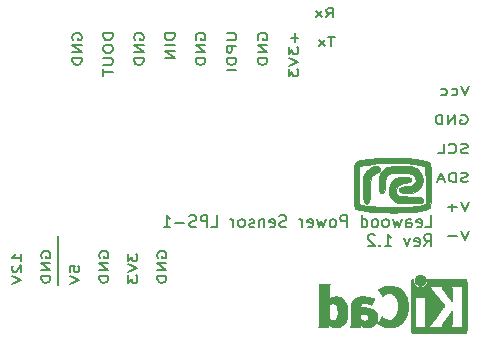
<source format=gbr>
%TF.GenerationSoftware,KiCad,Pcbnew,8.0.1*%
%TF.CreationDate,2024-05-12T19:19:51+02:00*%
%TF.ProjectId,lps-1,6c70732d-312e-46b6-9963-61645f706362,1.2*%
%TF.SameCoordinates,Original*%
%TF.FileFunction,Legend,Bot*%
%TF.FilePolarity,Positive*%
%FSLAX46Y46*%
G04 Gerber Fmt 4.6, Leading zero omitted, Abs format (unit mm)*
G04 Created by KiCad (PCBNEW 8.0.1) date 2024-05-12 19:19:51*
%MOMM*%
%LPD*%
G01*
G04 APERTURE LIST*
%ADD10C,0.150000*%
%ADD11C,0.152400*%
%ADD12C,0.010000*%
%ADD13C,0.100000*%
G04 APERTURE END LIST*
D10*
X86900000Y-80300000D02*
X86900000Y-76200000D01*
X118018030Y-75418875D02*
X118494220Y-75418875D01*
X118494220Y-75418875D02*
X118494220Y-74418875D01*
X117303744Y-75371256D02*
X117398982Y-75418875D01*
X117398982Y-75418875D02*
X117589458Y-75418875D01*
X117589458Y-75418875D02*
X117684696Y-75371256D01*
X117684696Y-75371256D02*
X117732315Y-75276017D01*
X117732315Y-75276017D02*
X117732315Y-74895065D01*
X117732315Y-74895065D02*
X117684696Y-74799827D01*
X117684696Y-74799827D02*
X117589458Y-74752208D01*
X117589458Y-74752208D02*
X117398982Y-74752208D01*
X117398982Y-74752208D02*
X117303744Y-74799827D01*
X117303744Y-74799827D02*
X117256125Y-74895065D01*
X117256125Y-74895065D02*
X117256125Y-74990303D01*
X117256125Y-74990303D02*
X117732315Y-75085541D01*
X116398982Y-75418875D02*
X116398982Y-74895065D01*
X116398982Y-74895065D02*
X116446601Y-74799827D01*
X116446601Y-74799827D02*
X116541839Y-74752208D01*
X116541839Y-74752208D02*
X116732315Y-74752208D01*
X116732315Y-74752208D02*
X116827553Y-74799827D01*
X116398982Y-75371256D02*
X116494220Y-75418875D01*
X116494220Y-75418875D02*
X116732315Y-75418875D01*
X116732315Y-75418875D02*
X116827553Y-75371256D01*
X116827553Y-75371256D02*
X116875172Y-75276017D01*
X116875172Y-75276017D02*
X116875172Y-75180779D01*
X116875172Y-75180779D02*
X116827553Y-75085541D01*
X116827553Y-75085541D02*
X116732315Y-75037922D01*
X116732315Y-75037922D02*
X116494220Y-75037922D01*
X116494220Y-75037922D02*
X116398982Y-74990303D01*
X116018029Y-74752208D02*
X115827553Y-75418875D01*
X115827553Y-75418875D02*
X115637077Y-74942684D01*
X115637077Y-74942684D02*
X115446601Y-75418875D01*
X115446601Y-75418875D02*
X115256125Y-74752208D01*
X114732315Y-75418875D02*
X114827553Y-75371256D01*
X114827553Y-75371256D02*
X114875172Y-75323636D01*
X114875172Y-75323636D02*
X114922791Y-75228398D01*
X114922791Y-75228398D02*
X114922791Y-74942684D01*
X114922791Y-74942684D02*
X114875172Y-74847446D01*
X114875172Y-74847446D02*
X114827553Y-74799827D01*
X114827553Y-74799827D02*
X114732315Y-74752208D01*
X114732315Y-74752208D02*
X114589458Y-74752208D01*
X114589458Y-74752208D02*
X114494220Y-74799827D01*
X114494220Y-74799827D02*
X114446601Y-74847446D01*
X114446601Y-74847446D02*
X114398982Y-74942684D01*
X114398982Y-74942684D02*
X114398982Y-75228398D01*
X114398982Y-75228398D02*
X114446601Y-75323636D01*
X114446601Y-75323636D02*
X114494220Y-75371256D01*
X114494220Y-75371256D02*
X114589458Y-75418875D01*
X114589458Y-75418875D02*
X114732315Y-75418875D01*
X113827553Y-75418875D02*
X113922791Y-75371256D01*
X113922791Y-75371256D02*
X113970410Y-75323636D01*
X113970410Y-75323636D02*
X114018029Y-75228398D01*
X114018029Y-75228398D02*
X114018029Y-74942684D01*
X114018029Y-74942684D02*
X113970410Y-74847446D01*
X113970410Y-74847446D02*
X113922791Y-74799827D01*
X113922791Y-74799827D02*
X113827553Y-74752208D01*
X113827553Y-74752208D02*
X113684696Y-74752208D01*
X113684696Y-74752208D02*
X113589458Y-74799827D01*
X113589458Y-74799827D02*
X113541839Y-74847446D01*
X113541839Y-74847446D02*
X113494220Y-74942684D01*
X113494220Y-74942684D02*
X113494220Y-75228398D01*
X113494220Y-75228398D02*
X113541839Y-75323636D01*
X113541839Y-75323636D02*
X113589458Y-75371256D01*
X113589458Y-75371256D02*
X113684696Y-75418875D01*
X113684696Y-75418875D02*
X113827553Y-75418875D01*
X112637077Y-75418875D02*
X112637077Y-74418875D01*
X112637077Y-75371256D02*
X112732315Y-75418875D01*
X112732315Y-75418875D02*
X112922791Y-75418875D01*
X112922791Y-75418875D02*
X113018029Y-75371256D01*
X113018029Y-75371256D02*
X113065648Y-75323636D01*
X113065648Y-75323636D02*
X113113267Y-75228398D01*
X113113267Y-75228398D02*
X113113267Y-74942684D01*
X113113267Y-74942684D02*
X113065648Y-74847446D01*
X113065648Y-74847446D02*
X113018029Y-74799827D01*
X113018029Y-74799827D02*
X112922791Y-74752208D01*
X112922791Y-74752208D02*
X112732315Y-74752208D01*
X112732315Y-74752208D02*
X112637077Y-74799827D01*
X111398981Y-75418875D02*
X111398981Y-74418875D01*
X111398981Y-74418875D02*
X111018029Y-74418875D01*
X111018029Y-74418875D02*
X110922791Y-74466494D01*
X110922791Y-74466494D02*
X110875172Y-74514113D01*
X110875172Y-74514113D02*
X110827553Y-74609351D01*
X110827553Y-74609351D02*
X110827553Y-74752208D01*
X110827553Y-74752208D02*
X110875172Y-74847446D01*
X110875172Y-74847446D02*
X110922791Y-74895065D01*
X110922791Y-74895065D02*
X111018029Y-74942684D01*
X111018029Y-74942684D02*
X111398981Y-74942684D01*
X110256124Y-75418875D02*
X110351362Y-75371256D01*
X110351362Y-75371256D02*
X110398981Y-75323636D01*
X110398981Y-75323636D02*
X110446600Y-75228398D01*
X110446600Y-75228398D02*
X110446600Y-74942684D01*
X110446600Y-74942684D02*
X110398981Y-74847446D01*
X110398981Y-74847446D02*
X110351362Y-74799827D01*
X110351362Y-74799827D02*
X110256124Y-74752208D01*
X110256124Y-74752208D02*
X110113267Y-74752208D01*
X110113267Y-74752208D02*
X110018029Y-74799827D01*
X110018029Y-74799827D02*
X109970410Y-74847446D01*
X109970410Y-74847446D02*
X109922791Y-74942684D01*
X109922791Y-74942684D02*
X109922791Y-75228398D01*
X109922791Y-75228398D02*
X109970410Y-75323636D01*
X109970410Y-75323636D02*
X110018029Y-75371256D01*
X110018029Y-75371256D02*
X110113267Y-75418875D01*
X110113267Y-75418875D02*
X110256124Y-75418875D01*
X109589457Y-74752208D02*
X109398981Y-75418875D01*
X109398981Y-75418875D02*
X109208505Y-74942684D01*
X109208505Y-74942684D02*
X109018029Y-75418875D01*
X109018029Y-75418875D02*
X108827553Y-74752208D01*
X108065648Y-75371256D02*
X108160886Y-75418875D01*
X108160886Y-75418875D02*
X108351362Y-75418875D01*
X108351362Y-75418875D02*
X108446600Y-75371256D01*
X108446600Y-75371256D02*
X108494219Y-75276017D01*
X108494219Y-75276017D02*
X108494219Y-74895065D01*
X108494219Y-74895065D02*
X108446600Y-74799827D01*
X108446600Y-74799827D02*
X108351362Y-74752208D01*
X108351362Y-74752208D02*
X108160886Y-74752208D01*
X108160886Y-74752208D02*
X108065648Y-74799827D01*
X108065648Y-74799827D02*
X108018029Y-74895065D01*
X108018029Y-74895065D02*
X108018029Y-74990303D01*
X108018029Y-74990303D02*
X108494219Y-75085541D01*
X107589457Y-75418875D02*
X107589457Y-74752208D01*
X107589457Y-74942684D02*
X107541838Y-74847446D01*
X107541838Y-74847446D02*
X107494219Y-74799827D01*
X107494219Y-74799827D02*
X107398981Y-74752208D01*
X107398981Y-74752208D02*
X107303743Y-74752208D01*
X106256123Y-75371256D02*
X106113266Y-75418875D01*
X106113266Y-75418875D02*
X105875171Y-75418875D01*
X105875171Y-75418875D02*
X105779933Y-75371256D01*
X105779933Y-75371256D02*
X105732314Y-75323636D01*
X105732314Y-75323636D02*
X105684695Y-75228398D01*
X105684695Y-75228398D02*
X105684695Y-75133160D01*
X105684695Y-75133160D02*
X105732314Y-75037922D01*
X105732314Y-75037922D02*
X105779933Y-74990303D01*
X105779933Y-74990303D02*
X105875171Y-74942684D01*
X105875171Y-74942684D02*
X106065647Y-74895065D01*
X106065647Y-74895065D02*
X106160885Y-74847446D01*
X106160885Y-74847446D02*
X106208504Y-74799827D01*
X106208504Y-74799827D02*
X106256123Y-74704589D01*
X106256123Y-74704589D02*
X106256123Y-74609351D01*
X106256123Y-74609351D02*
X106208504Y-74514113D01*
X106208504Y-74514113D02*
X106160885Y-74466494D01*
X106160885Y-74466494D02*
X106065647Y-74418875D01*
X106065647Y-74418875D02*
X105827552Y-74418875D01*
X105827552Y-74418875D02*
X105684695Y-74466494D01*
X104875171Y-75371256D02*
X104970409Y-75418875D01*
X104970409Y-75418875D02*
X105160885Y-75418875D01*
X105160885Y-75418875D02*
X105256123Y-75371256D01*
X105256123Y-75371256D02*
X105303742Y-75276017D01*
X105303742Y-75276017D02*
X105303742Y-74895065D01*
X105303742Y-74895065D02*
X105256123Y-74799827D01*
X105256123Y-74799827D02*
X105160885Y-74752208D01*
X105160885Y-74752208D02*
X104970409Y-74752208D01*
X104970409Y-74752208D02*
X104875171Y-74799827D01*
X104875171Y-74799827D02*
X104827552Y-74895065D01*
X104827552Y-74895065D02*
X104827552Y-74990303D01*
X104827552Y-74990303D02*
X105303742Y-75085541D01*
X104398980Y-74752208D02*
X104398980Y-75418875D01*
X104398980Y-74847446D02*
X104351361Y-74799827D01*
X104351361Y-74799827D02*
X104256123Y-74752208D01*
X104256123Y-74752208D02*
X104113266Y-74752208D01*
X104113266Y-74752208D02*
X104018028Y-74799827D01*
X104018028Y-74799827D02*
X103970409Y-74895065D01*
X103970409Y-74895065D02*
X103970409Y-75418875D01*
X103541837Y-75371256D02*
X103446599Y-75418875D01*
X103446599Y-75418875D02*
X103256123Y-75418875D01*
X103256123Y-75418875D02*
X103160885Y-75371256D01*
X103160885Y-75371256D02*
X103113266Y-75276017D01*
X103113266Y-75276017D02*
X103113266Y-75228398D01*
X103113266Y-75228398D02*
X103160885Y-75133160D01*
X103160885Y-75133160D02*
X103256123Y-75085541D01*
X103256123Y-75085541D02*
X103398980Y-75085541D01*
X103398980Y-75085541D02*
X103494218Y-75037922D01*
X103494218Y-75037922D02*
X103541837Y-74942684D01*
X103541837Y-74942684D02*
X103541837Y-74895065D01*
X103541837Y-74895065D02*
X103494218Y-74799827D01*
X103494218Y-74799827D02*
X103398980Y-74752208D01*
X103398980Y-74752208D02*
X103256123Y-74752208D01*
X103256123Y-74752208D02*
X103160885Y-74799827D01*
X102541837Y-75418875D02*
X102637075Y-75371256D01*
X102637075Y-75371256D02*
X102684694Y-75323636D01*
X102684694Y-75323636D02*
X102732313Y-75228398D01*
X102732313Y-75228398D02*
X102732313Y-74942684D01*
X102732313Y-74942684D02*
X102684694Y-74847446D01*
X102684694Y-74847446D02*
X102637075Y-74799827D01*
X102637075Y-74799827D02*
X102541837Y-74752208D01*
X102541837Y-74752208D02*
X102398980Y-74752208D01*
X102398980Y-74752208D02*
X102303742Y-74799827D01*
X102303742Y-74799827D02*
X102256123Y-74847446D01*
X102256123Y-74847446D02*
X102208504Y-74942684D01*
X102208504Y-74942684D02*
X102208504Y-75228398D01*
X102208504Y-75228398D02*
X102256123Y-75323636D01*
X102256123Y-75323636D02*
X102303742Y-75371256D01*
X102303742Y-75371256D02*
X102398980Y-75418875D01*
X102398980Y-75418875D02*
X102541837Y-75418875D01*
X101779932Y-75418875D02*
X101779932Y-74752208D01*
X101779932Y-74942684D02*
X101732313Y-74847446D01*
X101732313Y-74847446D02*
X101684694Y-74799827D01*
X101684694Y-74799827D02*
X101589456Y-74752208D01*
X101589456Y-74752208D02*
X101494218Y-74752208D01*
X99922789Y-75418875D02*
X100398979Y-75418875D01*
X100398979Y-75418875D02*
X100398979Y-74418875D01*
X99589455Y-75418875D02*
X99589455Y-74418875D01*
X99589455Y-74418875D02*
X99208503Y-74418875D01*
X99208503Y-74418875D02*
X99113265Y-74466494D01*
X99113265Y-74466494D02*
X99065646Y-74514113D01*
X99065646Y-74514113D02*
X99018027Y-74609351D01*
X99018027Y-74609351D02*
X99018027Y-74752208D01*
X99018027Y-74752208D02*
X99065646Y-74847446D01*
X99065646Y-74847446D02*
X99113265Y-74895065D01*
X99113265Y-74895065D02*
X99208503Y-74942684D01*
X99208503Y-74942684D02*
X99589455Y-74942684D01*
X98637074Y-75371256D02*
X98494217Y-75418875D01*
X98494217Y-75418875D02*
X98256122Y-75418875D01*
X98256122Y-75418875D02*
X98160884Y-75371256D01*
X98160884Y-75371256D02*
X98113265Y-75323636D01*
X98113265Y-75323636D02*
X98065646Y-75228398D01*
X98065646Y-75228398D02*
X98065646Y-75133160D01*
X98065646Y-75133160D02*
X98113265Y-75037922D01*
X98113265Y-75037922D02*
X98160884Y-74990303D01*
X98160884Y-74990303D02*
X98256122Y-74942684D01*
X98256122Y-74942684D02*
X98446598Y-74895065D01*
X98446598Y-74895065D02*
X98541836Y-74847446D01*
X98541836Y-74847446D02*
X98589455Y-74799827D01*
X98589455Y-74799827D02*
X98637074Y-74704589D01*
X98637074Y-74704589D02*
X98637074Y-74609351D01*
X98637074Y-74609351D02*
X98589455Y-74514113D01*
X98589455Y-74514113D02*
X98541836Y-74466494D01*
X98541836Y-74466494D02*
X98446598Y-74418875D01*
X98446598Y-74418875D02*
X98208503Y-74418875D01*
X98208503Y-74418875D02*
X98065646Y-74466494D01*
X97637074Y-75037922D02*
X96875170Y-75037922D01*
X95875170Y-75418875D02*
X96446598Y-75418875D01*
X96160884Y-75418875D02*
X96160884Y-74418875D01*
X96160884Y-74418875D02*
X96256122Y-74561732D01*
X96256122Y-74561732D02*
X96351360Y-74656970D01*
X96351360Y-74656970D02*
X96446598Y-74704589D01*
X117922792Y-77028819D02*
X118256125Y-76552628D01*
X118494220Y-77028819D02*
X118494220Y-76028819D01*
X118494220Y-76028819D02*
X118113268Y-76028819D01*
X118113268Y-76028819D02*
X118018030Y-76076438D01*
X118018030Y-76076438D02*
X117970411Y-76124057D01*
X117970411Y-76124057D02*
X117922792Y-76219295D01*
X117922792Y-76219295D02*
X117922792Y-76362152D01*
X117922792Y-76362152D02*
X117970411Y-76457390D01*
X117970411Y-76457390D02*
X118018030Y-76505009D01*
X118018030Y-76505009D02*
X118113268Y-76552628D01*
X118113268Y-76552628D02*
X118494220Y-76552628D01*
X117113268Y-76981200D02*
X117208506Y-77028819D01*
X117208506Y-77028819D02*
X117398982Y-77028819D01*
X117398982Y-77028819D02*
X117494220Y-76981200D01*
X117494220Y-76981200D02*
X117541839Y-76885961D01*
X117541839Y-76885961D02*
X117541839Y-76505009D01*
X117541839Y-76505009D02*
X117494220Y-76409771D01*
X117494220Y-76409771D02*
X117398982Y-76362152D01*
X117398982Y-76362152D02*
X117208506Y-76362152D01*
X117208506Y-76362152D02*
X117113268Y-76409771D01*
X117113268Y-76409771D02*
X117065649Y-76505009D01*
X117065649Y-76505009D02*
X117065649Y-76600247D01*
X117065649Y-76600247D02*
X117541839Y-76695485D01*
X116732315Y-76362152D02*
X116494220Y-77028819D01*
X116494220Y-77028819D02*
X116256125Y-76362152D01*
X114589458Y-77028819D02*
X115160886Y-77028819D01*
X114875172Y-77028819D02*
X114875172Y-76028819D01*
X114875172Y-76028819D02*
X114970410Y-76171676D01*
X114970410Y-76171676D02*
X115065648Y-76266914D01*
X115065648Y-76266914D02*
X115160886Y-76314533D01*
X114160886Y-76933580D02*
X114113267Y-76981200D01*
X114113267Y-76981200D02*
X114160886Y-77028819D01*
X114160886Y-77028819D02*
X114208505Y-76981200D01*
X114208505Y-76981200D02*
X114160886Y-76933580D01*
X114160886Y-76933580D02*
X114160886Y-77028819D01*
X113732315Y-76124057D02*
X113684696Y-76076438D01*
X113684696Y-76076438D02*
X113589458Y-76028819D01*
X113589458Y-76028819D02*
X113351363Y-76028819D01*
X113351363Y-76028819D02*
X113256125Y-76076438D01*
X113256125Y-76076438D02*
X113208506Y-76124057D01*
X113208506Y-76124057D02*
X113160887Y-76219295D01*
X113160887Y-76219295D02*
X113160887Y-76314533D01*
X113160887Y-76314533D02*
X113208506Y-76457390D01*
X113208506Y-76457390D02*
X113779934Y-77028819D01*
X113779934Y-77028819D02*
X113160887Y-77028819D01*
D11*
X109652260Y-57670266D02*
X109990927Y-57307409D01*
X110232832Y-57670266D02*
X110232832Y-56908266D01*
X110232832Y-56908266D02*
X109845784Y-56908266D01*
X109845784Y-56908266D02*
X109749022Y-56944552D01*
X109749022Y-56944552D02*
X109700641Y-56980838D01*
X109700641Y-56980838D02*
X109652260Y-57053409D01*
X109652260Y-57053409D02*
X109652260Y-57162266D01*
X109652260Y-57162266D02*
X109700641Y-57234838D01*
X109700641Y-57234838D02*
X109749022Y-57271123D01*
X109749022Y-57271123D02*
X109845784Y-57307409D01*
X109845784Y-57307409D02*
X110232832Y-57307409D01*
X109313594Y-57670266D02*
X108781403Y-57162266D01*
X109313594Y-57162266D02*
X108781403Y-57670266D01*
X110377975Y-59361820D02*
X109797403Y-59361820D01*
X110087689Y-60123820D02*
X110087689Y-59361820D01*
X109555499Y-60123820D02*
X109023308Y-59615820D01*
X109555499Y-59615820D02*
X109023308Y-60123820D01*
X83831050Y-78292737D02*
X83831050Y-77712165D01*
X83831050Y-78002451D02*
X83069050Y-78002451D01*
X83069050Y-78002451D02*
X83177907Y-77905689D01*
X83177907Y-77905689D02*
X83250479Y-77808927D01*
X83250479Y-77808927D02*
X83286765Y-77712165D01*
X83141622Y-78679784D02*
X83105336Y-78728165D01*
X83105336Y-78728165D02*
X83069050Y-78824927D01*
X83069050Y-78824927D02*
X83069050Y-79066832D01*
X83069050Y-79066832D02*
X83105336Y-79163594D01*
X83105336Y-79163594D02*
X83141622Y-79211975D01*
X83141622Y-79211975D02*
X83214193Y-79260356D01*
X83214193Y-79260356D02*
X83286765Y-79260356D01*
X83286765Y-79260356D02*
X83395622Y-79211975D01*
X83395622Y-79211975D02*
X83831050Y-78631403D01*
X83831050Y-78631403D02*
X83831050Y-79260356D01*
X83069050Y-79550641D02*
X83831050Y-79889308D01*
X83831050Y-79889308D02*
X83069050Y-80227975D01*
X85558890Y-78002451D02*
X85522604Y-77905689D01*
X85522604Y-77905689D02*
X85522604Y-77760546D01*
X85522604Y-77760546D02*
X85558890Y-77615403D01*
X85558890Y-77615403D02*
X85631461Y-77518641D01*
X85631461Y-77518641D02*
X85704033Y-77470260D01*
X85704033Y-77470260D02*
X85849176Y-77421879D01*
X85849176Y-77421879D02*
X85958033Y-77421879D01*
X85958033Y-77421879D02*
X86103176Y-77470260D01*
X86103176Y-77470260D02*
X86175747Y-77518641D01*
X86175747Y-77518641D02*
X86248319Y-77615403D01*
X86248319Y-77615403D02*
X86284604Y-77760546D01*
X86284604Y-77760546D02*
X86284604Y-77857308D01*
X86284604Y-77857308D02*
X86248319Y-78002451D01*
X86248319Y-78002451D02*
X86212033Y-78050832D01*
X86212033Y-78050832D02*
X85958033Y-78050832D01*
X85958033Y-78050832D02*
X85958033Y-77857308D01*
X86284604Y-78486260D02*
X85522604Y-78486260D01*
X85522604Y-78486260D02*
X86284604Y-79066832D01*
X86284604Y-79066832D02*
X85522604Y-79066832D01*
X86284604Y-79550641D02*
X85522604Y-79550641D01*
X85522604Y-79550641D02*
X85522604Y-79792546D01*
X85522604Y-79792546D02*
X85558890Y-79937689D01*
X85558890Y-79937689D02*
X85631461Y-80034451D01*
X85631461Y-80034451D02*
X85704033Y-80082832D01*
X85704033Y-80082832D02*
X85849176Y-80131213D01*
X85849176Y-80131213D02*
X85958033Y-80131213D01*
X85958033Y-80131213D02*
X86103176Y-80082832D01*
X86103176Y-80082832D02*
X86175747Y-80034451D01*
X86175747Y-80034451D02*
X86248319Y-79937689D01*
X86248319Y-79937689D02*
X86284604Y-79792546D01*
X86284604Y-79792546D02*
X86284604Y-79550641D01*
X87976158Y-79211975D02*
X87976158Y-78728165D01*
X87976158Y-78728165D02*
X88339015Y-78679784D01*
X88339015Y-78679784D02*
X88302730Y-78728165D01*
X88302730Y-78728165D02*
X88266444Y-78824927D01*
X88266444Y-78824927D02*
X88266444Y-79066832D01*
X88266444Y-79066832D02*
X88302730Y-79163594D01*
X88302730Y-79163594D02*
X88339015Y-79211975D01*
X88339015Y-79211975D02*
X88411587Y-79260356D01*
X88411587Y-79260356D02*
X88593015Y-79260356D01*
X88593015Y-79260356D02*
X88665587Y-79211975D01*
X88665587Y-79211975D02*
X88701873Y-79163594D01*
X88701873Y-79163594D02*
X88738158Y-79066832D01*
X88738158Y-79066832D02*
X88738158Y-78824927D01*
X88738158Y-78824927D02*
X88701873Y-78728165D01*
X88701873Y-78728165D02*
X88665587Y-78679784D01*
X87976158Y-79550641D02*
X88738158Y-79889308D01*
X88738158Y-79889308D02*
X87976158Y-80227975D01*
X90465998Y-78002451D02*
X90429712Y-77905689D01*
X90429712Y-77905689D02*
X90429712Y-77760546D01*
X90429712Y-77760546D02*
X90465998Y-77615403D01*
X90465998Y-77615403D02*
X90538569Y-77518641D01*
X90538569Y-77518641D02*
X90611141Y-77470260D01*
X90611141Y-77470260D02*
X90756284Y-77421879D01*
X90756284Y-77421879D02*
X90865141Y-77421879D01*
X90865141Y-77421879D02*
X91010284Y-77470260D01*
X91010284Y-77470260D02*
X91082855Y-77518641D01*
X91082855Y-77518641D02*
X91155427Y-77615403D01*
X91155427Y-77615403D02*
X91191712Y-77760546D01*
X91191712Y-77760546D02*
X91191712Y-77857308D01*
X91191712Y-77857308D02*
X91155427Y-78002451D01*
X91155427Y-78002451D02*
X91119141Y-78050832D01*
X91119141Y-78050832D02*
X90865141Y-78050832D01*
X90865141Y-78050832D02*
X90865141Y-77857308D01*
X91191712Y-78486260D02*
X90429712Y-78486260D01*
X90429712Y-78486260D02*
X91191712Y-79066832D01*
X91191712Y-79066832D02*
X90429712Y-79066832D01*
X91191712Y-79550641D02*
X90429712Y-79550641D01*
X90429712Y-79550641D02*
X90429712Y-79792546D01*
X90429712Y-79792546D02*
X90465998Y-79937689D01*
X90465998Y-79937689D02*
X90538569Y-80034451D01*
X90538569Y-80034451D02*
X90611141Y-80082832D01*
X90611141Y-80082832D02*
X90756284Y-80131213D01*
X90756284Y-80131213D02*
X90865141Y-80131213D01*
X90865141Y-80131213D02*
X91010284Y-80082832D01*
X91010284Y-80082832D02*
X91082855Y-80034451D01*
X91082855Y-80034451D02*
X91155427Y-79937689D01*
X91155427Y-79937689D02*
X91191712Y-79792546D01*
X91191712Y-79792546D02*
X91191712Y-79550641D01*
X92883266Y-77663784D02*
X92883266Y-78292737D01*
X92883266Y-78292737D02*
X93173552Y-77954070D01*
X93173552Y-77954070D02*
X93173552Y-78099213D01*
X93173552Y-78099213D02*
X93209838Y-78195975D01*
X93209838Y-78195975D02*
X93246123Y-78244356D01*
X93246123Y-78244356D02*
X93318695Y-78292737D01*
X93318695Y-78292737D02*
X93500123Y-78292737D01*
X93500123Y-78292737D02*
X93572695Y-78244356D01*
X93572695Y-78244356D02*
X93608981Y-78195975D01*
X93608981Y-78195975D02*
X93645266Y-78099213D01*
X93645266Y-78099213D02*
X93645266Y-77808927D01*
X93645266Y-77808927D02*
X93608981Y-77712165D01*
X93608981Y-77712165D02*
X93572695Y-77663784D01*
X92883266Y-78583022D02*
X93645266Y-78921689D01*
X93645266Y-78921689D02*
X92883266Y-79260356D01*
X92883266Y-79502260D02*
X92883266Y-80131213D01*
X92883266Y-80131213D02*
X93173552Y-79792546D01*
X93173552Y-79792546D02*
X93173552Y-79937689D01*
X93173552Y-79937689D02*
X93209838Y-80034451D01*
X93209838Y-80034451D02*
X93246123Y-80082832D01*
X93246123Y-80082832D02*
X93318695Y-80131213D01*
X93318695Y-80131213D02*
X93500123Y-80131213D01*
X93500123Y-80131213D02*
X93572695Y-80082832D01*
X93572695Y-80082832D02*
X93608981Y-80034451D01*
X93608981Y-80034451D02*
X93645266Y-79937689D01*
X93645266Y-79937689D02*
X93645266Y-79647403D01*
X93645266Y-79647403D02*
X93608981Y-79550641D01*
X93608981Y-79550641D02*
X93572695Y-79502260D01*
X95373106Y-78002451D02*
X95336820Y-77905689D01*
X95336820Y-77905689D02*
X95336820Y-77760546D01*
X95336820Y-77760546D02*
X95373106Y-77615403D01*
X95373106Y-77615403D02*
X95445677Y-77518641D01*
X95445677Y-77518641D02*
X95518249Y-77470260D01*
X95518249Y-77470260D02*
X95663392Y-77421879D01*
X95663392Y-77421879D02*
X95772249Y-77421879D01*
X95772249Y-77421879D02*
X95917392Y-77470260D01*
X95917392Y-77470260D02*
X95989963Y-77518641D01*
X95989963Y-77518641D02*
X96062535Y-77615403D01*
X96062535Y-77615403D02*
X96098820Y-77760546D01*
X96098820Y-77760546D02*
X96098820Y-77857308D01*
X96098820Y-77857308D02*
X96062535Y-78002451D01*
X96062535Y-78002451D02*
X96026249Y-78050832D01*
X96026249Y-78050832D02*
X95772249Y-78050832D01*
X95772249Y-78050832D02*
X95772249Y-77857308D01*
X96098820Y-78486260D02*
X95336820Y-78486260D01*
X95336820Y-78486260D02*
X96098820Y-79066832D01*
X96098820Y-79066832D02*
X95336820Y-79066832D01*
X96098820Y-79550641D02*
X95336820Y-79550641D01*
X95336820Y-79550641D02*
X95336820Y-79792546D01*
X95336820Y-79792546D02*
X95373106Y-79937689D01*
X95373106Y-79937689D02*
X95445677Y-80034451D01*
X95445677Y-80034451D02*
X95518249Y-80082832D01*
X95518249Y-80082832D02*
X95663392Y-80131213D01*
X95663392Y-80131213D02*
X95772249Y-80131213D01*
X95772249Y-80131213D02*
X95917392Y-80082832D01*
X95917392Y-80082832D02*
X95989963Y-80034451D01*
X95989963Y-80034451D02*
X96062535Y-79937689D01*
X96062535Y-79937689D02*
X96098820Y-79792546D01*
X96098820Y-79792546D02*
X96098820Y-79550641D01*
X88178640Y-59534358D02*
X88139935Y-59437596D01*
X88139935Y-59437596D02*
X88139935Y-59292453D01*
X88139935Y-59292453D02*
X88178640Y-59147310D01*
X88178640Y-59147310D02*
X88256050Y-59050548D01*
X88256050Y-59050548D02*
X88333459Y-59002167D01*
X88333459Y-59002167D02*
X88488278Y-58953786D01*
X88488278Y-58953786D02*
X88604392Y-58953786D01*
X88604392Y-58953786D02*
X88759211Y-59002167D01*
X88759211Y-59002167D02*
X88836621Y-59050548D01*
X88836621Y-59050548D02*
X88914031Y-59147310D01*
X88914031Y-59147310D02*
X88952735Y-59292453D01*
X88952735Y-59292453D02*
X88952735Y-59389215D01*
X88952735Y-59389215D02*
X88914031Y-59534358D01*
X88914031Y-59534358D02*
X88875326Y-59582739D01*
X88875326Y-59582739D02*
X88604392Y-59582739D01*
X88604392Y-59582739D02*
X88604392Y-59389215D01*
X88952735Y-60018167D02*
X88139935Y-60018167D01*
X88139935Y-60018167D02*
X88952735Y-60598739D01*
X88952735Y-60598739D02*
X88139935Y-60598739D01*
X88952735Y-61082548D02*
X88139935Y-61082548D01*
X88139935Y-61082548D02*
X88139935Y-61324453D01*
X88139935Y-61324453D02*
X88178640Y-61469596D01*
X88178640Y-61469596D02*
X88256050Y-61566358D01*
X88256050Y-61566358D02*
X88333459Y-61614739D01*
X88333459Y-61614739D02*
X88488278Y-61663120D01*
X88488278Y-61663120D02*
X88604392Y-61663120D01*
X88604392Y-61663120D02*
X88759211Y-61614739D01*
X88759211Y-61614739D02*
X88836621Y-61566358D01*
X88836621Y-61566358D02*
X88914031Y-61469596D01*
X88914031Y-61469596D02*
X88952735Y-61324453D01*
X88952735Y-61324453D02*
X88952735Y-61082548D01*
X91569859Y-59002167D02*
X90757059Y-59002167D01*
X90757059Y-59002167D02*
X90757059Y-59244072D01*
X90757059Y-59244072D02*
X90795764Y-59389215D01*
X90795764Y-59389215D02*
X90873174Y-59485977D01*
X90873174Y-59485977D02*
X90950583Y-59534358D01*
X90950583Y-59534358D02*
X91105402Y-59582739D01*
X91105402Y-59582739D02*
X91221516Y-59582739D01*
X91221516Y-59582739D02*
X91376335Y-59534358D01*
X91376335Y-59534358D02*
X91453745Y-59485977D01*
X91453745Y-59485977D02*
X91531155Y-59389215D01*
X91531155Y-59389215D02*
X91569859Y-59244072D01*
X91569859Y-59244072D02*
X91569859Y-59002167D01*
X90757059Y-60211691D02*
X90757059Y-60405215D01*
X90757059Y-60405215D02*
X90795764Y-60501977D01*
X90795764Y-60501977D02*
X90873174Y-60598739D01*
X90873174Y-60598739D02*
X91027993Y-60647120D01*
X91027993Y-60647120D02*
X91298926Y-60647120D01*
X91298926Y-60647120D02*
X91453745Y-60598739D01*
X91453745Y-60598739D02*
X91531155Y-60501977D01*
X91531155Y-60501977D02*
X91569859Y-60405215D01*
X91569859Y-60405215D02*
X91569859Y-60211691D01*
X91569859Y-60211691D02*
X91531155Y-60114929D01*
X91531155Y-60114929D02*
X91453745Y-60018167D01*
X91453745Y-60018167D02*
X91298926Y-59969786D01*
X91298926Y-59969786D02*
X91027993Y-59969786D01*
X91027993Y-59969786D02*
X90873174Y-60018167D01*
X90873174Y-60018167D02*
X90795764Y-60114929D01*
X90795764Y-60114929D02*
X90757059Y-60211691D01*
X90757059Y-61082548D02*
X91415040Y-61082548D01*
X91415040Y-61082548D02*
X91492450Y-61130929D01*
X91492450Y-61130929D02*
X91531155Y-61179310D01*
X91531155Y-61179310D02*
X91569859Y-61276072D01*
X91569859Y-61276072D02*
X91569859Y-61469596D01*
X91569859Y-61469596D02*
X91531155Y-61566358D01*
X91531155Y-61566358D02*
X91492450Y-61614739D01*
X91492450Y-61614739D02*
X91415040Y-61663120D01*
X91415040Y-61663120D02*
X90757059Y-61663120D01*
X90757059Y-62001786D02*
X90757059Y-62582358D01*
X91569859Y-62292072D02*
X90757059Y-62292072D01*
X93412888Y-59534358D02*
X93374183Y-59437596D01*
X93374183Y-59437596D02*
X93374183Y-59292453D01*
X93374183Y-59292453D02*
X93412888Y-59147310D01*
X93412888Y-59147310D02*
X93490298Y-59050548D01*
X93490298Y-59050548D02*
X93567707Y-59002167D01*
X93567707Y-59002167D02*
X93722526Y-58953786D01*
X93722526Y-58953786D02*
X93838640Y-58953786D01*
X93838640Y-58953786D02*
X93993459Y-59002167D01*
X93993459Y-59002167D02*
X94070869Y-59050548D01*
X94070869Y-59050548D02*
X94148279Y-59147310D01*
X94148279Y-59147310D02*
X94186983Y-59292453D01*
X94186983Y-59292453D02*
X94186983Y-59389215D01*
X94186983Y-59389215D02*
X94148279Y-59534358D01*
X94148279Y-59534358D02*
X94109574Y-59582739D01*
X94109574Y-59582739D02*
X93838640Y-59582739D01*
X93838640Y-59582739D02*
X93838640Y-59389215D01*
X94186983Y-60018167D02*
X93374183Y-60018167D01*
X93374183Y-60018167D02*
X94186983Y-60598739D01*
X94186983Y-60598739D02*
X93374183Y-60598739D01*
X94186983Y-61082548D02*
X93374183Y-61082548D01*
X93374183Y-61082548D02*
X93374183Y-61324453D01*
X93374183Y-61324453D02*
X93412888Y-61469596D01*
X93412888Y-61469596D02*
X93490298Y-61566358D01*
X93490298Y-61566358D02*
X93567707Y-61614739D01*
X93567707Y-61614739D02*
X93722526Y-61663120D01*
X93722526Y-61663120D02*
X93838640Y-61663120D01*
X93838640Y-61663120D02*
X93993459Y-61614739D01*
X93993459Y-61614739D02*
X94070869Y-61566358D01*
X94070869Y-61566358D02*
X94148279Y-61469596D01*
X94148279Y-61469596D02*
X94186983Y-61324453D01*
X94186983Y-61324453D02*
X94186983Y-61082548D01*
X96804107Y-59002167D02*
X95991307Y-59002167D01*
X95991307Y-59002167D02*
X95991307Y-59244072D01*
X95991307Y-59244072D02*
X96030012Y-59389215D01*
X96030012Y-59389215D02*
X96107422Y-59485977D01*
X96107422Y-59485977D02*
X96184831Y-59534358D01*
X96184831Y-59534358D02*
X96339650Y-59582739D01*
X96339650Y-59582739D02*
X96455764Y-59582739D01*
X96455764Y-59582739D02*
X96610583Y-59534358D01*
X96610583Y-59534358D02*
X96687993Y-59485977D01*
X96687993Y-59485977D02*
X96765403Y-59389215D01*
X96765403Y-59389215D02*
X96804107Y-59244072D01*
X96804107Y-59244072D02*
X96804107Y-59002167D01*
X96804107Y-60018167D02*
X95991307Y-60018167D01*
X96804107Y-60501977D02*
X95991307Y-60501977D01*
X95991307Y-60501977D02*
X96804107Y-61082549D01*
X96804107Y-61082549D02*
X95991307Y-61082549D01*
X98647136Y-59534358D02*
X98608431Y-59437596D01*
X98608431Y-59437596D02*
X98608431Y-59292453D01*
X98608431Y-59292453D02*
X98647136Y-59147310D01*
X98647136Y-59147310D02*
X98724546Y-59050548D01*
X98724546Y-59050548D02*
X98801955Y-59002167D01*
X98801955Y-59002167D02*
X98956774Y-58953786D01*
X98956774Y-58953786D02*
X99072888Y-58953786D01*
X99072888Y-58953786D02*
X99227707Y-59002167D01*
X99227707Y-59002167D02*
X99305117Y-59050548D01*
X99305117Y-59050548D02*
X99382527Y-59147310D01*
X99382527Y-59147310D02*
X99421231Y-59292453D01*
X99421231Y-59292453D02*
X99421231Y-59389215D01*
X99421231Y-59389215D02*
X99382527Y-59534358D01*
X99382527Y-59534358D02*
X99343822Y-59582739D01*
X99343822Y-59582739D02*
X99072888Y-59582739D01*
X99072888Y-59582739D02*
X99072888Y-59389215D01*
X99421231Y-60018167D02*
X98608431Y-60018167D01*
X98608431Y-60018167D02*
X99421231Y-60598739D01*
X99421231Y-60598739D02*
X98608431Y-60598739D01*
X99421231Y-61082548D02*
X98608431Y-61082548D01*
X98608431Y-61082548D02*
X98608431Y-61324453D01*
X98608431Y-61324453D02*
X98647136Y-61469596D01*
X98647136Y-61469596D02*
X98724546Y-61566358D01*
X98724546Y-61566358D02*
X98801955Y-61614739D01*
X98801955Y-61614739D02*
X98956774Y-61663120D01*
X98956774Y-61663120D02*
X99072888Y-61663120D01*
X99072888Y-61663120D02*
X99227707Y-61614739D01*
X99227707Y-61614739D02*
X99305117Y-61566358D01*
X99305117Y-61566358D02*
X99382527Y-61469596D01*
X99382527Y-61469596D02*
X99421231Y-61324453D01*
X99421231Y-61324453D02*
X99421231Y-61082548D01*
X101225555Y-59002167D02*
X101883536Y-59002167D01*
X101883536Y-59002167D02*
X101960946Y-59050548D01*
X101960946Y-59050548D02*
X101999651Y-59098929D01*
X101999651Y-59098929D02*
X102038355Y-59195691D01*
X102038355Y-59195691D02*
X102038355Y-59389215D01*
X102038355Y-59389215D02*
X101999651Y-59485977D01*
X101999651Y-59485977D02*
X101960946Y-59534358D01*
X101960946Y-59534358D02*
X101883536Y-59582739D01*
X101883536Y-59582739D02*
X101225555Y-59582739D01*
X102038355Y-60066548D02*
X101225555Y-60066548D01*
X101225555Y-60066548D02*
X101225555Y-60453596D01*
X101225555Y-60453596D02*
X101264260Y-60550358D01*
X101264260Y-60550358D02*
X101302965Y-60598739D01*
X101302965Y-60598739D02*
X101380374Y-60647120D01*
X101380374Y-60647120D02*
X101496489Y-60647120D01*
X101496489Y-60647120D02*
X101573898Y-60598739D01*
X101573898Y-60598739D02*
X101612603Y-60550358D01*
X101612603Y-60550358D02*
X101651308Y-60453596D01*
X101651308Y-60453596D02*
X101651308Y-60066548D01*
X102038355Y-61082548D02*
X101225555Y-61082548D01*
X101225555Y-61082548D02*
X101225555Y-61324453D01*
X101225555Y-61324453D02*
X101264260Y-61469596D01*
X101264260Y-61469596D02*
X101341670Y-61566358D01*
X101341670Y-61566358D02*
X101419079Y-61614739D01*
X101419079Y-61614739D02*
X101573898Y-61663120D01*
X101573898Y-61663120D02*
X101690012Y-61663120D01*
X101690012Y-61663120D02*
X101844831Y-61614739D01*
X101844831Y-61614739D02*
X101922241Y-61566358D01*
X101922241Y-61566358D02*
X101999651Y-61469596D01*
X101999651Y-61469596D02*
X102038355Y-61324453D01*
X102038355Y-61324453D02*
X102038355Y-61082548D01*
X102038355Y-62098548D02*
X101225555Y-62098548D01*
X103881384Y-59534358D02*
X103842679Y-59437596D01*
X103842679Y-59437596D02*
X103842679Y-59292453D01*
X103842679Y-59292453D02*
X103881384Y-59147310D01*
X103881384Y-59147310D02*
X103958794Y-59050548D01*
X103958794Y-59050548D02*
X104036203Y-59002167D01*
X104036203Y-59002167D02*
X104191022Y-58953786D01*
X104191022Y-58953786D02*
X104307136Y-58953786D01*
X104307136Y-58953786D02*
X104461955Y-59002167D01*
X104461955Y-59002167D02*
X104539365Y-59050548D01*
X104539365Y-59050548D02*
X104616775Y-59147310D01*
X104616775Y-59147310D02*
X104655479Y-59292453D01*
X104655479Y-59292453D02*
X104655479Y-59389215D01*
X104655479Y-59389215D02*
X104616775Y-59534358D01*
X104616775Y-59534358D02*
X104578070Y-59582739D01*
X104578070Y-59582739D02*
X104307136Y-59582739D01*
X104307136Y-59582739D02*
X104307136Y-59389215D01*
X104655479Y-60018167D02*
X103842679Y-60018167D01*
X103842679Y-60018167D02*
X104655479Y-60598739D01*
X104655479Y-60598739D02*
X103842679Y-60598739D01*
X104655479Y-61082548D02*
X103842679Y-61082548D01*
X103842679Y-61082548D02*
X103842679Y-61324453D01*
X103842679Y-61324453D02*
X103881384Y-61469596D01*
X103881384Y-61469596D02*
X103958794Y-61566358D01*
X103958794Y-61566358D02*
X104036203Y-61614739D01*
X104036203Y-61614739D02*
X104191022Y-61663120D01*
X104191022Y-61663120D02*
X104307136Y-61663120D01*
X104307136Y-61663120D02*
X104461955Y-61614739D01*
X104461955Y-61614739D02*
X104539365Y-61566358D01*
X104539365Y-61566358D02*
X104616775Y-61469596D01*
X104616775Y-61469596D02*
X104655479Y-61324453D01*
X104655479Y-61324453D02*
X104655479Y-61082548D01*
X106962965Y-59002167D02*
X106962965Y-59776263D01*
X107272603Y-59389215D02*
X106653327Y-59389215D01*
X106459803Y-60163310D02*
X106459803Y-60792263D01*
X106459803Y-60792263D02*
X106769441Y-60453596D01*
X106769441Y-60453596D02*
X106769441Y-60598739D01*
X106769441Y-60598739D02*
X106808146Y-60695501D01*
X106808146Y-60695501D02*
X106846851Y-60743882D01*
X106846851Y-60743882D02*
X106924260Y-60792263D01*
X106924260Y-60792263D02*
X107117784Y-60792263D01*
X107117784Y-60792263D02*
X107195194Y-60743882D01*
X107195194Y-60743882D02*
X107233899Y-60695501D01*
X107233899Y-60695501D02*
X107272603Y-60598739D01*
X107272603Y-60598739D02*
X107272603Y-60308453D01*
X107272603Y-60308453D02*
X107233899Y-60211691D01*
X107233899Y-60211691D02*
X107195194Y-60163310D01*
X106459803Y-61082548D02*
X107272603Y-61421215D01*
X107272603Y-61421215D02*
X106459803Y-61759882D01*
X106459803Y-62001786D02*
X106459803Y-62630739D01*
X106459803Y-62630739D02*
X106769441Y-62292072D01*
X106769441Y-62292072D02*
X106769441Y-62437215D01*
X106769441Y-62437215D02*
X106808146Y-62533977D01*
X106808146Y-62533977D02*
X106846851Y-62582358D01*
X106846851Y-62582358D02*
X106924260Y-62630739D01*
X106924260Y-62630739D02*
X107117784Y-62630739D01*
X107117784Y-62630739D02*
X107195194Y-62582358D01*
X107195194Y-62582358D02*
X107233899Y-62533977D01*
X107233899Y-62533977D02*
X107272603Y-62437215D01*
X107272603Y-62437215D02*
X107272603Y-62146929D01*
X107272603Y-62146929D02*
X107233899Y-62050167D01*
X107233899Y-62050167D02*
X107195194Y-62001786D01*
X121702975Y-63469050D02*
X121364308Y-64231050D01*
X121364308Y-64231050D02*
X121025641Y-63469050D01*
X120251546Y-64194765D02*
X120348308Y-64231050D01*
X120348308Y-64231050D02*
X120541832Y-64231050D01*
X120541832Y-64231050D02*
X120638594Y-64194765D01*
X120638594Y-64194765D02*
X120686975Y-64158479D01*
X120686975Y-64158479D02*
X120735356Y-64085907D01*
X120735356Y-64085907D02*
X120735356Y-63868193D01*
X120735356Y-63868193D02*
X120686975Y-63795622D01*
X120686975Y-63795622D02*
X120638594Y-63759336D01*
X120638594Y-63759336D02*
X120541832Y-63723050D01*
X120541832Y-63723050D02*
X120348308Y-63723050D01*
X120348308Y-63723050D02*
X120251546Y-63759336D01*
X119380689Y-64194765D02*
X119477451Y-64231050D01*
X119477451Y-64231050D02*
X119670975Y-64231050D01*
X119670975Y-64231050D02*
X119767737Y-64194765D01*
X119767737Y-64194765D02*
X119816118Y-64158479D01*
X119816118Y-64158479D02*
X119864499Y-64085907D01*
X119864499Y-64085907D02*
X119864499Y-63868193D01*
X119864499Y-63868193D02*
X119816118Y-63795622D01*
X119816118Y-63795622D02*
X119767737Y-63759336D01*
X119767737Y-63759336D02*
X119670975Y-63723050D01*
X119670975Y-63723050D02*
X119477451Y-63723050D01*
X119477451Y-63723050D02*
X119380689Y-63759336D01*
X121025641Y-65958890D02*
X121122403Y-65922604D01*
X121122403Y-65922604D02*
X121267546Y-65922604D01*
X121267546Y-65922604D02*
X121412689Y-65958890D01*
X121412689Y-65958890D02*
X121509451Y-66031461D01*
X121509451Y-66031461D02*
X121557832Y-66104033D01*
X121557832Y-66104033D02*
X121606213Y-66249176D01*
X121606213Y-66249176D02*
X121606213Y-66358033D01*
X121606213Y-66358033D02*
X121557832Y-66503176D01*
X121557832Y-66503176D02*
X121509451Y-66575747D01*
X121509451Y-66575747D02*
X121412689Y-66648319D01*
X121412689Y-66648319D02*
X121267546Y-66684604D01*
X121267546Y-66684604D02*
X121170784Y-66684604D01*
X121170784Y-66684604D02*
X121025641Y-66648319D01*
X121025641Y-66648319D02*
X120977260Y-66612033D01*
X120977260Y-66612033D02*
X120977260Y-66358033D01*
X120977260Y-66358033D02*
X121170784Y-66358033D01*
X120541832Y-66684604D02*
X120541832Y-65922604D01*
X120541832Y-65922604D02*
X119961260Y-66684604D01*
X119961260Y-66684604D02*
X119961260Y-65922604D01*
X119477451Y-66684604D02*
X119477451Y-65922604D01*
X119477451Y-65922604D02*
X119235546Y-65922604D01*
X119235546Y-65922604D02*
X119090403Y-65958890D01*
X119090403Y-65958890D02*
X118993641Y-66031461D01*
X118993641Y-66031461D02*
X118945260Y-66104033D01*
X118945260Y-66104033D02*
X118896879Y-66249176D01*
X118896879Y-66249176D02*
X118896879Y-66358033D01*
X118896879Y-66358033D02*
X118945260Y-66503176D01*
X118945260Y-66503176D02*
X118993641Y-66575747D01*
X118993641Y-66575747D02*
X119090403Y-66648319D01*
X119090403Y-66648319D02*
X119235546Y-66684604D01*
X119235546Y-66684604D02*
X119477451Y-66684604D01*
X121606213Y-69101873D02*
X121461070Y-69138158D01*
X121461070Y-69138158D02*
X121219165Y-69138158D01*
X121219165Y-69138158D02*
X121122403Y-69101873D01*
X121122403Y-69101873D02*
X121074022Y-69065587D01*
X121074022Y-69065587D02*
X121025641Y-68993015D01*
X121025641Y-68993015D02*
X121025641Y-68920444D01*
X121025641Y-68920444D02*
X121074022Y-68847873D01*
X121074022Y-68847873D02*
X121122403Y-68811587D01*
X121122403Y-68811587D02*
X121219165Y-68775301D01*
X121219165Y-68775301D02*
X121412689Y-68739015D01*
X121412689Y-68739015D02*
X121509451Y-68702730D01*
X121509451Y-68702730D02*
X121557832Y-68666444D01*
X121557832Y-68666444D02*
X121606213Y-68593873D01*
X121606213Y-68593873D02*
X121606213Y-68521301D01*
X121606213Y-68521301D02*
X121557832Y-68448730D01*
X121557832Y-68448730D02*
X121509451Y-68412444D01*
X121509451Y-68412444D02*
X121412689Y-68376158D01*
X121412689Y-68376158D02*
X121170784Y-68376158D01*
X121170784Y-68376158D02*
X121025641Y-68412444D01*
X120009641Y-69065587D02*
X120058022Y-69101873D01*
X120058022Y-69101873D02*
X120203165Y-69138158D01*
X120203165Y-69138158D02*
X120299927Y-69138158D01*
X120299927Y-69138158D02*
X120445070Y-69101873D01*
X120445070Y-69101873D02*
X120541832Y-69029301D01*
X120541832Y-69029301D02*
X120590213Y-68956730D01*
X120590213Y-68956730D02*
X120638594Y-68811587D01*
X120638594Y-68811587D02*
X120638594Y-68702730D01*
X120638594Y-68702730D02*
X120590213Y-68557587D01*
X120590213Y-68557587D02*
X120541832Y-68485015D01*
X120541832Y-68485015D02*
X120445070Y-68412444D01*
X120445070Y-68412444D02*
X120299927Y-68376158D01*
X120299927Y-68376158D02*
X120203165Y-68376158D01*
X120203165Y-68376158D02*
X120058022Y-68412444D01*
X120058022Y-68412444D02*
X120009641Y-68448730D01*
X119090403Y-69138158D02*
X119574213Y-69138158D01*
X119574213Y-69138158D02*
X119574213Y-68376158D01*
X121606213Y-71555427D02*
X121461070Y-71591712D01*
X121461070Y-71591712D02*
X121219165Y-71591712D01*
X121219165Y-71591712D02*
X121122403Y-71555427D01*
X121122403Y-71555427D02*
X121074022Y-71519141D01*
X121074022Y-71519141D02*
X121025641Y-71446569D01*
X121025641Y-71446569D02*
X121025641Y-71373998D01*
X121025641Y-71373998D02*
X121074022Y-71301427D01*
X121074022Y-71301427D02*
X121122403Y-71265141D01*
X121122403Y-71265141D02*
X121219165Y-71228855D01*
X121219165Y-71228855D02*
X121412689Y-71192569D01*
X121412689Y-71192569D02*
X121509451Y-71156284D01*
X121509451Y-71156284D02*
X121557832Y-71119998D01*
X121557832Y-71119998D02*
X121606213Y-71047427D01*
X121606213Y-71047427D02*
X121606213Y-70974855D01*
X121606213Y-70974855D02*
X121557832Y-70902284D01*
X121557832Y-70902284D02*
X121509451Y-70865998D01*
X121509451Y-70865998D02*
X121412689Y-70829712D01*
X121412689Y-70829712D02*
X121170784Y-70829712D01*
X121170784Y-70829712D02*
X121025641Y-70865998D01*
X120590213Y-71591712D02*
X120590213Y-70829712D01*
X120590213Y-70829712D02*
X120348308Y-70829712D01*
X120348308Y-70829712D02*
X120203165Y-70865998D01*
X120203165Y-70865998D02*
X120106403Y-70938569D01*
X120106403Y-70938569D02*
X120058022Y-71011141D01*
X120058022Y-71011141D02*
X120009641Y-71156284D01*
X120009641Y-71156284D02*
X120009641Y-71265141D01*
X120009641Y-71265141D02*
X120058022Y-71410284D01*
X120058022Y-71410284D02*
X120106403Y-71482855D01*
X120106403Y-71482855D02*
X120203165Y-71555427D01*
X120203165Y-71555427D02*
X120348308Y-71591712D01*
X120348308Y-71591712D02*
X120590213Y-71591712D01*
X119622594Y-71373998D02*
X119138784Y-71373998D01*
X119719356Y-71591712D02*
X119380689Y-70829712D01*
X119380689Y-70829712D02*
X119042022Y-71591712D01*
X121702975Y-73283266D02*
X121364308Y-74045266D01*
X121364308Y-74045266D02*
X121025641Y-73283266D01*
X120686975Y-73754981D02*
X119912880Y-73754981D01*
X120299927Y-74045266D02*
X120299927Y-73464695D01*
X121702975Y-75736820D02*
X121364308Y-76498820D01*
X121364308Y-76498820D02*
X121025641Y-75736820D01*
X120686975Y-76208535D02*
X119912880Y-76208535D01*
D12*
%TO.C,Lg3*%
X117704562Y-79457851D02*
X117787313Y-79485053D01*
X117862406Y-79530484D01*
X117934298Y-79596302D01*
X117972845Y-79640567D01*
X118012256Y-79698961D01*
X118037446Y-79759586D01*
X118050861Y-79828865D01*
X118054948Y-79913222D01*
X118054669Y-79959307D01*
X118052460Y-80000450D01*
X118046894Y-80032582D01*
X118036586Y-80063122D01*
X118020148Y-80099489D01*
X118006200Y-80126728D01*
X117947665Y-80212429D01*
X117875619Y-80281617D01*
X117791946Y-80332741D01*
X117698531Y-80364250D01*
X117665434Y-80371225D01*
X117624960Y-80378094D01*
X117591999Y-80379919D01*
X117557698Y-80376947D01*
X117513200Y-80369426D01*
X117461934Y-80357002D01*
X117371434Y-80319112D01*
X117292345Y-80264835D01*
X117226528Y-80196770D01*
X117175840Y-80117510D01*
X117142140Y-80029655D01*
X117127286Y-79935795D01*
X117133136Y-79838530D01*
X117159399Y-79742220D01*
X117204418Y-79653494D01*
X117265373Y-79578419D01*
X117340184Y-79518641D01*
X117426767Y-79475809D01*
X117523043Y-79451571D01*
X117626928Y-79447576D01*
X117704562Y-79457851D01*
G36*
X117704562Y-79457851D02*
G01*
X117787313Y-79485053D01*
X117862406Y-79530484D01*
X117934298Y-79596302D01*
X117972845Y-79640567D01*
X118012256Y-79698961D01*
X118037446Y-79759586D01*
X118050861Y-79828865D01*
X118054948Y-79913222D01*
X118054669Y-79959307D01*
X118052460Y-80000450D01*
X118046894Y-80032582D01*
X118036586Y-80063122D01*
X118020148Y-80099489D01*
X118006200Y-80126728D01*
X117947665Y-80212429D01*
X117875619Y-80281617D01*
X117791946Y-80332741D01*
X117698531Y-80364250D01*
X117665434Y-80371225D01*
X117624960Y-80378094D01*
X117591999Y-80379919D01*
X117557698Y-80376947D01*
X117513200Y-80369426D01*
X117461934Y-80357002D01*
X117371434Y-80319112D01*
X117292345Y-80264835D01*
X117226528Y-80196770D01*
X117175840Y-80117510D01*
X117142140Y-80029655D01*
X117127286Y-79935795D01*
X117133136Y-79838530D01*
X117159399Y-79742220D01*
X117204418Y-79653494D01*
X117265373Y-79578419D01*
X117340184Y-79518641D01*
X117426767Y-79475809D01*
X117523043Y-79451571D01*
X117626928Y-79447576D01*
X117704562Y-79457851D01*
G37*
X115238711Y-80387033D02*
X115334267Y-80404523D01*
X115498558Y-80449564D01*
X115652589Y-80512656D01*
X115798509Y-80594915D01*
X115938466Y-80697458D01*
X116074608Y-80821399D01*
X116118473Y-80866661D01*
X116230758Y-80998865D01*
X116323972Y-81136832D01*
X116400719Y-81284750D01*
X116463603Y-81446803D01*
X116467420Y-81458391D01*
X116517507Y-81644392D01*
X116550899Y-81840520D01*
X116567584Y-82042568D01*
X116567551Y-82246325D01*
X116550791Y-82447581D01*
X116517292Y-82642128D01*
X116467044Y-82825756D01*
X116423190Y-82943053D01*
X116345348Y-83105951D01*
X116251828Y-83259866D01*
X116144822Y-83401671D01*
X116026519Y-83528239D01*
X115899111Y-83636441D01*
X115821606Y-83689120D01*
X115694725Y-83758750D01*
X115557243Y-83817468D01*
X115415715Y-83862587D01*
X115276702Y-83891422D01*
X115262597Y-83893106D01*
X115219153Y-83896434D01*
X115161723Y-83899275D01*
X115096122Y-83901373D01*
X115028167Y-83902468D01*
X114901379Y-83900140D01*
X114753673Y-83887136D01*
X114615780Y-83862133D01*
X114482014Y-83824318D01*
X114458562Y-83815889D01*
X114410612Y-83796408D01*
X114354140Y-83771473D01*
X114292379Y-83742722D01*
X114228563Y-83711790D01*
X114165926Y-83680315D01*
X114107703Y-83649934D01*
X114057126Y-83622283D01*
X114017433Y-83598999D01*
X113991854Y-83581719D01*
X113983625Y-83572079D01*
X113985076Y-83568984D01*
X113996250Y-83549079D01*
X114017134Y-83513420D01*
X114046265Y-83464459D01*
X114082181Y-83404646D01*
X114123420Y-83336433D01*
X114168517Y-83262271D01*
X114349785Y-82965008D01*
X114396315Y-83009539D01*
X114487723Y-83087865D01*
X114601334Y-83162439D01*
X114719122Y-83216474D01*
X114839558Y-83249290D01*
X114961117Y-83260210D01*
X115002585Y-83258868D01*
X115120080Y-83240612D01*
X115230089Y-83201617D01*
X115331430Y-83142670D01*
X115422922Y-83064557D01*
X115503380Y-82968064D01*
X115571627Y-82853978D01*
X115587908Y-82819724D01*
X115633982Y-82696240D01*
X115669106Y-82557918D01*
X115693197Y-82408560D01*
X115706173Y-82251972D01*
X115707949Y-82091956D01*
X115698443Y-81932313D01*
X115677572Y-81776850D01*
X115645252Y-81629366D01*
X115601399Y-81493668D01*
X115563982Y-81407076D01*
X115499185Y-81293688D01*
X115423772Y-81200070D01*
X115337418Y-81125959D01*
X115239795Y-81071094D01*
X115130577Y-81035212D01*
X115009439Y-81018051D01*
X114940038Y-81016880D01*
X114817168Y-81031141D01*
X114701664Y-81066241D01*
X114594953Y-81121682D01*
X114498464Y-81196964D01*
X114482721Y-81211440D01*
X114452149Y-81237962D01*
X114429809Y-81255138D01*
X114419691Y-81259787D01*
X114417706Y-81257597D01*
X114403241Y-81238721D01*
X114379400Y-81205397D01*
X114348029Y-81160380D01*
X114310974Y-81106425D01*
X114270083Y-81046285D01*
X114227202Y-80982718D01*
X114184178Y-80918476D01*
X114142857Y-80856315D01*
X114105087Y-80798991D01*
X114072712Y-80749257D01*
X114047583Y-80709868D01*
X114031542Y-80683580D01*
X114026439Y-80673147D01*
X114031050Y-80668941D01*
X114050267Y-80663933D01*
X114059838Y-80661386D01*
X114087808Y-80650249D01*
X114129449Y-80631802D01*
X114180995Y-80607725D01*
X114238690Y-80579699D01*
X114249957Y-80574154D01*
X114427686Y-80494889D01*
X114597490Y-80435385D01*
X114761430Y-80395245D01*
X114921571Y-80374071D01*
X115079977Y-80371466D01*
X115238711Y-80387033D01*
G36*
X115238711Y-80387033D02*
G01*
X115334267Y-80404523D01*
X115498558Y-80449564D01*
X115652589Y-80512656D01*
X115798509Y-80594915D01*
X115938466Y-80697458D01*
X116074608Y-80821399D01*
X116118473Y-80866661D01*
X116230758Y-80998865D01*
X116323972Y-81136832D01*
X116400719Y-81284750D01*
X116463603Y-81446803D01*
X116467420Y-81458391D01*
X116517507Y-81644392D01*
X116550899Y-81840520D01*
X116567584Y-82042568D01*
X116567551Y-82246325D01*
X116550791Y-82447581D01*
X116517292Y-82642128D01*
X116467044Y-82825756D01*
X116423190Y-82943053D01*
X116345348Y-83105951D01*
X116251828Y-83259866D01*
X116144822Y-83401671D01*
X116026519Y-83528239D01*
X115899111Y-83636441D01*
X115821606Y-83689120D01*
X115694725Y-83758750D01*
X115557243Y-83817468D01*
X115415715Y-83862587D01*
X115276702Y-83891422D01*
X115262597Y-83893106D01*
X115219153Y-83896434D01*
X115161723Y-83899275D01*
X115096122Y-83901373D01*
X115028167Y-83902468D01*
X114901379Y-83900140D01*
X114753673Y-83887136D01*
X114615780Y-83862133D01*
X114482014Y-83824318D01*
X114458562Y-83815889D01*
X114410612Y-83796408D01*
X114354140Y-83771473D01*
X114292379Y-83742722D01*
X114228563Y-83711790D01*
X114165926Y-83680315D01*
X114107703Y-83649934D01*
X114057126Y-83622283D01*
X114017433Y-83598999D01*
X113991854Y-83581719D01*
X113983625Y-83572079D01*
X113985076Y-83568984D01*
X113996250Y-83549079D01*
X114017134Y-83513420D01*
X114046265Y-83464459D01*
X114082181Y-83404646D01*
X114123420Y-83336433D01*
X114168517Y-83262271D01*
X114349785Y-82965008D01*
X114396315Y-83009539D01*
X114487723Y-83087865D01*
X114601334Y-83162439D01*
X114719122Y-83216474D01*
X114839558Y-83249290D01*
X114961117Y-83260210D01*
X115002585Y-83258868D01*
X115120080Y-83240612D01*
X115230089Y-83201617D01*
X115331430Y-83142670D01*
X115422922Y-83064557D01*
X115503380Y-82968064D01*
X115571627Y-82853978D01*
X115587908Y-82819724D01*
X115633982Y-82696240D01*
X115669106Y-82557918D01*
X115693197Y-82408560D01*
X115706173Y-82251972D01*
X115707949Y-82091956D01*
X115698443Y-81932313D01*
X115677572Y-81776850D01*
X115645252Y-81629366D01*
X115601399Y-81493668D01*
X115563982Y-81407076D01*
X115499185Y-81293688D01*
X115423772Y-81200070D01*
X115337418Y-81125959D01*
X115239795Y-81071094D01*
X115130577Y-81035212D01*
X115009439Y-81018051D01*
X114940038Y-81016880D01*
X114817168Y-81031141D01*
X114701664Y-81066241D01*
X114594953Y-81121682D01*
X114498464Y-81196964D01*
X114482721Y-81211440D01*
X114452149Y-81237962D01*
X114429809Y-81255138D01*
X114419691Y-81259787D01*
X114417706Y-81257597D01*
X114403241Y-81238721D01*
X114379400Y-81205397D01*
X114348029Y-81160380D01*
X114310974Y-81106425D01*
X114270083Y-81046285D01*
X114227202Y-80982718D01*
X114184178Y-80918476D01*
X114142857Y-80856315D01*
X114105087Y-80798991D01*
X114072712Y-80749257D01*
X114047583Y-80709868D01*
X114031542Y-80683580D01*
X114026439Y-80673147D01*
X114031050Y-80668941D01*
X114050267Y-80663933D01*
X114059838Y-80661386D01*
X114087808Y-80650249D01*
X114129449Y-80631802D01*
X114180995Y-80607725D01*
X114238690Y-80579699D01*
X114249957Y-80574154D01*
X114427686Y-80494889D01*
X114597490Y-80435385D01*
X114761430Y-80395245D01*
X114921571Y-80374071D01*
X115079977Y-80371466D01*
X115238711Y-80387033D01*
G37*
X111435994Y-82667711D02*
X111435268Y-82745158D01*
X111426689Y-82896594D01*
X111407833Y-83033283D01*
X111377837Y-83159276D01*
X111335836Y-83278625D01*
X111280969Y-83395381D01*
X111214167Y-83506179D01*
X111123363Y-83619739D01*
X111019708Y-83715211D01*
X110903887Y-83792074D01*
X110776586Y-83849797D01*
X110638489Y-83887858D01*
X110600793Y-83893666D01*
X110521752Y-83899396D01*
X110433629Y-83899583D01*
X110344236Y-83894539D01*
X110261384Y-83884578D01*
X110192887Y-83870012D01*
X110162035Y-83860364D01*
X110084731Y-83830123D01*
X110007679Y-83792617D01*
X109938200Y-83751614D01*
X109883615Y-83710879D01*
X109860916Y-83691505D01*
X109838201Y-83673662D01*
X109826779Y-83666778D01*
X109825537Y-83668424D01*
X109822728Y-83686205D01*
X109820776Y-83719370D01*
X109820045Y-83762733D01*
X109820045Y-83858689D01*
X108961896Y-83858689D01*
X108996161Y-83797974D01*
X109001355Y-83788868D01*
X109009715Y-83774249D01*
X109017288Y-83760173D01*
X109024112Y-83745540D01*
X109030227Y-83729249D01*
X109035673Y-83710198D01*
X109040487Y-83687286D01*
X109044708Y-83659413D01*
X109048377Y-83625478D01*
X109051531Y-83584379D01*
X109054211Y-83535016D01*
X109056454Y-83476286D01*
X109058299Y-83407090D01*
X109059787Y-83326326D01*
X109060955Y-83232894D01*
X109061678Y-83145721D01*
X109865200Y-83145721D01*
X109935756Y-83192089D01*
X109976417Y-83215791D01*
X110030546Y-83241639D01*
X110079689Y-83259829D01*
X110143165Y-83275551D01*
X110239330Y-83286541D01*
X110323900Y-83278365D01*
X110397219Y-83250805D01*
X110459637Y-83203642D01*
X110511502Y-83136658D01*
X110553160Y-83049633D01*
X110584962Y-82942350D01*
X110587545Y-82930009D01*
X110596000Y-82868772D01*
X110601663Y-82791692D01*
X110604576Y-82704002D01*
X110604783Y-82610934D01*
X110602330Y-82517720D01*
X110597261Y-82429594D01*
X110589619Y-82351788D01*
X110579448Y-82289532D01*
X110578167Y-82283666D01*
X110549126Y-82173121D01*
X110514611Y-82082575D01*
X110473456Y-82009953D01*
X110424499Y-81953181D01*
X110366573Y-81910184D01*
X110334620Y-81894615D01*
X110261784Y-81875722D01*
X110180443Y-81872465D01*
X110095319Y-81884389D01*
X110011133Y-81911040D01*
X109932608Y-81951963D01*
X109865200Y-81995530D01*
X109865200Y-83145721D01*
X109061678Y-83145721D01*
X109061844Y-83125692D01*
X109062491Y-83003621D01*
X109062936Y-82865576D01*
X109063217Y-82710459D01*
X109063375Y-82537168D01*
X109063448Y-82344603D01*
X109063474Y-82131662D01*
X109063493Y-81897245D01*
X109063690Y-80212378D01*
X109969017Y-80212378D01*
X109944585Y-80249067D01*
X109938319Y-80258647D01*
X109912208Y-80304981D01*
X109894469Y-80352102D01*
X109882908Y-80407251D01*
X109875331Y-80477668D01*
X109874839Y-80484650D01*
X109873062Y-80522641D01*
X109871444Y-80576575D01*
X109869999Y-80643703D01*
X109868740Y-80721271D01*
X109867681Y-80806528D01*
X109866829Y-80896724D01*
X109866203Y-80989107D01*
X109865812Y-81080925D01*
X109865670Y-81169427D01*
X109865790Y-81251862D01*
X109866183Y-81325479D01*
X109866863Y-81387526D01*
X109867841Y-81435251D01*
X109869132Y-81465904D01*
X109870747Y-81476733D01*
X109878957Y-81472333D01*
X109900647Y-81457362D01*
X109930014Y-81435448D01*
X109978879Y-81401236D01*
X110067124Y-81354714D01*
X110165916Y-81321046D01*
X110278510Y-81299231D01*
X110408164Y-81288265D01*
X110500670Y-81287219D01*
X110622011Y-81297014D01*
X110732099Y-81321174D01*
X110835389Y-81360785D01*
X110936338Y-81416932D01*
X110981503Y-81447883D01*
X111086911Y-81539115D01*
X111178539Y-81648106D01*
X111256332Y-81774726D01*
X111320241Y-81918845D01*
X111370214Y-82080332D01*
X111406199Y-82259059D01*
X111428143Y-82454895D01*
X111433900Y-82610934D01*
X111435994Y-82667711D01*
G36*
X111435994Y-82667711D02*
G01*
X111435268Y-82745158D01*
X111426689Y-82896594D01*
X111407833Y-83033283D01*
X111377837Y-83159276D01*
X111335836Y-83278625D01*
X111280969Y-83395381D01*
X111214167Y-83506179D01*
X111123363Y-83619739D01*
X111019708Y-83715211D01*
X110903887Y-83792074D01*
X110776586Y-83849797D01*
X110638489Y-83887858D01*
X110600793Y-83893666D01*
X110521752Y-83899396D01*
X110433629Y-83899583D01*
X110344236Y-83894539D01*
X110261384Y-83884578D01*
X110192887Y-83870012D01*
X110162035Y-83860364D01*
X110084731Y-83830123D01*
X110007679Y-83792617D01*
X109938200Y-83751614D01*
X109883615Y-83710879D01*
X109860916Y-83691505D01*
X109838201Y-83673662D01*
X109826779Y-83666778D01*
X109825537Y-83668424D01*
X109822728Y-83686205D01*
X109820776Y-83719370D01*
X109820045Y-83762733D01*
X109820045Y-83858689D01*
X108961896Y-83858689D01*
X108996161Y-83797974D01*
X109001355Y-83788868D01*
X109009715Y-83774249D01*
X109017288Y-83760173D01*
X109024112Y-83745540D01*
X109030227Y-83729249D01*
X109035673Y-83710198D01*
X109040487Y-83687286D01*
X109044708Y-83659413D01*
X109048377Y-83625478D01*
X109051531Y-83584379D01*
X109054211Y-83535016D01*
X109056454Y-83476286D01*
X109058299Y-83407090D01*
X109059787Y-83326326D01*
X109060955Y-83232894D01*
X109061678Y-83145721D01*
X109865200Y-83145721D01*
X109935756Y-83192089D01*
X109976417Y-83215791D01*
X110030546Y-83241639D01*
X110079689Y-83259829D01*
X110143165Y-83275551D01*
X110239330Y-83286541D01*
X110323900Y-83278365D01*
X110397219Y-83250805D01*
X110459637Y-83203642D01*
X110511502Y-83136658D01*
X110553160Y-83049633D01*
X110584962Y-82942350D01*
X110587545Y-82930009D01*
X110596000Y-82868772D01*
X110601663Y-82791692D01*
X110604576Y-82704002D01*
X110604783Y-82610934D01*
X110602330Y-82517720D01*
X110597261Y-82429594D01*
X110589619Y-82351788D01*
X110579448Y-82289532D01*
X110578167Y-82283666D01*
X110549126Y-82173121D01*
X110514611Y-82082575D01*
X110473456Y-82009953D01*
X110424499Y-81953181D01*
X110366573Y-81910184D01*
X110334620Y-81894615D01*
X110261784Y-81875722D01*
X110180443Y-81872465D01*
X110095319Y-81884389D01*
X110011133Y-81911040D01*
X109932608Y-81951963D01*
X109865200Y-81995530D01*
X109865200Y-83145721D01*
X109061678Y-83145721D01*
X109061844Y-83125692D01*
X109062491Y-83003621D01*
X109062936Y-82865576D01*
X109063217Y-82710459D01*
X109063375Y-82537168D01*
X109063448Y-82344603D01*
X109063474Y-82131662D01*
X109063493Y-81897245D01*
X109063690Y-80212378D01*
X109969017Y-80212378D01*
X109944585Y-80249067D01*
X109938319Y-80258647D01*
X109912208Y-80304981D01*
X109894469Y-80352102D01*
X109882908Y-80407251D01*
X109875331Y-80477668D01*
X109874839Y-80484650D01*
X109873062Y-80522641D01*
X109871444Y-80576575D01*
X109869999Y-80643703D01*
X109868740Y-80721271D01*
X109867681Y-80806528D01*
X109866829Y-80896724D01*
X109866203Y-80989107D01*
X109865812Y-81080925D01*
X109865670Y-81169427D01*
X109865790Y-81251862D01*
X109866183Y-81325479D01*
X109866863Y-81387526D01*
X109867841Y-81435251D01*
X109869132Y-81465904D01*
X109870747Y-81476733D01*
X109878957Y-81472333D01*
X109900647Y-81457362D01*
X109930014Y-81435448D01*
X109978879Y-81401236D01*
X110067124Y-81354714D01*
X110165916Y-81321046D01*
X110278510Y-81299231D01*
X110408164Y-81288265D01*
X110500670Y-81287219D01*
X110622011Y-81297014D01*
X110732099Y-81321174D01*
X110835389Y-81360785D01*
X110936338Y-81416932D01*
X110981503Y-81447883D01*
X111086911Y-81539115D01*
X111178539Y-81648106D01*
X111256332Y-81774726D01*
X111320241Y-81918845D01*
X111370214Y-82080332D01*
X111406199Y-82259059D01*
X111428143Y-82454895D01*
X111433900Y-82610934D01*
X111435994Y-82667711D01*
G37*
X113977755Y-83068467D02*
X113977262Y-83102363D01*
X113973632Y-83177203D01*
X113966022Y-83239401D01*
X113953688Y-83295984D01*
X113909313Y-83422076D01*
X113846400Y-83536679D01*
X113766238Y-83637568D01*
X113669739Y-83723924D01*
X113557822Y-83794932D01*
X113431397Y-83849776D01*
X113291378Y-83887638D01*
X113255149Y-83893351D01*
X113176155Y-83899313D01*
X113087841Y-83899646D01*
X112998075Y-83894659D01*
X112914722Y-83884666D01*
X112845651Y-83869978D01*
X112759187Y-83839749D01*
X112649286Y-83785057D01*
X112551956Y-83717543D01*
X112489867Y-83666556D01*
X112486605Y-83762622D01*
X112483343Y-83858689D01*
X112060450Y-83858689D01*
X112049543Y-83858686D01*
X111955056Y-83858380D01*
X111868330Y-83857616D01*
X111791837Y-83856451D01*
X111728043Y-83854942D01*
X111679418Y-83853147D01*
X111648433Y-83851121D01*
X111637556Y-83848922D01*
X111637578Y-83848463D01*
X111644614Y-83832910D01*
X111660434Y-83810072D01*
X111664734Y-83804637D01*
X111675777Y-83790606D01*
X111685311Y-83777186D01*
X111693461Y-83762722D01*
X111700352Y-83745556D01*
X111706111Y-83724034D01*
X111710862Y-83696497D01*
X111714731Y-83661292D01*
X111717844Y-83616760D01*
X111720325Y-83561246D01*
X111722300Y-83493093D01*
X111723894Y-83410645D01*
X111725234Y-83312246D01*
X111726444Y-83196239D01*
X111726896Y-83145462D01*
X112529378Y-83145462D01*
X112574048Y-83201973D01*
X112586785Y-83217212D01*
X112633604Y-83259843D01*
X112694254Y-83295672D01*
X112704897Y-83300850D01*
X112743676Y-83317745D01*
X112778691Y-83327909D01*
X112818722Y-83333325D01*
X112872541Y-83335978D01*
X112890648Y-83336383D01*
X112966011Y-83333540D01*
X113026743Y-83321620D01*
X113078452Y-83299037D01*
X113126746Y-83264211D01*
X113131803Y-83259798D01*
X113180272Y-83204160D01*
X113208459Y-83140333D01*
X113217752Y-83065282D01*
X113210520Y-82993693D01*
X113185795Y-82930645D01*
X113141249Y-82872758D01*
X113086319Y-82825809D01*
X113013894Y-82785961D01*
X112927340Y-82758263D01*
X112824670Y-82742096D01*
X112703894Y-82736842D01*
X112695007Y-82736857D01*
X112639659Y-82737655D01*
X112592736Y-82739488D01*
X112558953Y-82742111D01*
X112543028Y-82745274D01*
X112538943Y-82751741D01*
X112534572Y-82773874D01*
X112531604Y-82812988D01*
X112529914Y-82870939D01*
X112529378Y-82949586D01*
X112529378Y-83145462D01*
X111726896Y-83145462D01*
X111727649Y-83060968D01*
X111728975Y-82904778D01*
X111730228Y-82762012D01*
X111731651Y-82616942D01*
X111733176Y-82491027D01*
X111734933Y-82382436D01*
X111737051Y-82289334D01*
X111739660Y-82209891D01*
X111742890Y-82142273D01*
X111746869Y-82084649D01*
X111751728Y-82035185D01*
X111757597Y-81992050D01*
X111764604Y-81953410D01*
X111772880Y-81917435D01*
X111782554Y-81882289D01*
X111793756Y-81846142D01*
X111806616Y-81807161D01*
X111822090Y-81764091D01*
X111864994Y-81671871D01*
X111918735Y-81592099D01*
X111987575Y-81517965D01*
X112065185Y-81454405D01*
X112169761Y-81392725D01*
X112289244Y-81345202D01*
X112424507Y-81311567D01*
X112576426Y-81291552D01*
X112745872Y-81284889D01*
X112803890Y-81285287D01*
X112869398Y-81287335D01*
X112930693Y-81291704D01*
X112992097Y-81299035D01*
X113057932Y-81309969D01*
X113132520Y-81325147D01*
X113220184Y-81345209D01*
X113325245Y-81370797D01*
X113353805Y-81377820D01*
X113429054Y-81395776D01*
X113499388Y-81411820D01*
X113560566Y-81425028D01*
X113608354Y-81434474D01*
X113638511Y-81439231D01*
X113666783Y-81442910D01*
X113693060Y-81448187D01*
X113703059Y-81452942D01*
X113699952Y-81461781D01*
X113689194Y-81489071D01*
X113671864Y-81531906D01*
X113649126Y-81587425D01*
X113622147Y-81652772D01*
X113592090Y-81725089D01*
X113585493Y-81740879D01*
X113546907Y-81831484D01*
X113515768Y-81901217D01*
X113491917Y-81950405D01*
X113475198Y-81979374D01*
X113465453Y-81988452D01*
X113457766Y-81986405D01*
X113431415Y-81976760D01*
X113392982Y-81961190D01*
X113347822Y-81941816D01*
X113253293Y-81903814D01*
X113116480Y-81862780D01*
X112975288Y-81837612D01*
X112937314Y-81833611D01*
X112834059Y-81831447D01*
X112746952Y-81844622D01*
X112675129Y-81873756D01*
X112617731Y-81919466D01*
X112573896Y-81982372D01*
X112542762Y-82063092D01*
X112523470Y-82162245D01*
X112516050Y-82221224D01*
X112677936Y-82214445D01*
X112804495Y-82212813D01*
X112955951Y-82219194D01*
X113104396Y-82233777D01*
X113240579Y-82255882D01*
X113305246Y-82270821D01*
X113437490Y-82313741D01*
X113559762Y-82370340D01*
X113669685Y-82439017D01*
X113764883Y-82518170D01*
X113842981Y-82606196D01*
X113901599Y-82701494D01*
X113925595Y-82753864D01*
X113951232Y-82824590D01*
X113967478Y-82895811D01*
X113975822Y-82974712D01*
X113977690Y-83065282D01*
X113977755Y-83068467D01*
G36*
X113977755Y-83068467D02*
G01*
X113977262Y-83102363D01*
X113973632Y-83177203D01*
X113966022Y-83239401D01*
X113953688Y-83295984D01*
X113909313Y-83422076D01*
X113846400Y-83536679D01*
X113766238Y-83637568D01*
X113669739Y-83723924D01*
X113557822Y-83794932D01*
X113431397Y-83849776D01*
X113291378Y-83887638D01*
X113255149Y-83893351D01*
X113176155Y-83899313D01*
X113087841Y-83899646D01*
X112998075Y-83894659D01*
X112914722Y-83884666D01*
X112845651Y-83869978D01*
X112759187Y-83839749D01*
X112649286Y-83785057D01*
X112551956Y-83717543D01*
X112489867Y-83666556D01*
X112486605Y-83762622D01*
X112483343Y-83858689D01*
X112060450Y-83858689D01*
X112049543Y-83858686D01*
X111955056Y-83858380D01*
X111868330Y-83857616D01*
X111791837Y-83856451D01*
X111728043Y-83854942D01*
X111679418Y-83853147D01*
X111648433Y-83851121D01*
X111637556Y-83848922D01*
X111637578Y-83848463D01*
X111644614Y-83832910D01*
X111660434Y-83810072D01*
X111664734Y-83804637D01*
X111675777Y-83790606D01*
X111685311Y-83777186D01*
X111693461Y-83762722D01*
X111700352Y-83745556D01*
X111706111Y-83724034D01*
X111710862Y-83696497D01*
X111714731Y-83661292D01*
X111717844Y-83616760D01*
X111720325Y-83561246D01*
X111722300Y-83493093D01*
X111723894Y-83410645D01*
X111725234Y-83312246D01*
X111726444Y-83196239D01*
X111726896Y-83145462D01*
X112529378Y-83145462D01*
X112574048Y-83201973D01*
X112586785Y-83217212D01*
X112633604Y-83259843D01*
X112694254Y-83295672D01*
X112704897Y-83300850D01*
X112743676Y-83317745D01*
X112778691Y-83327909D01*
X112818722Y-83333325D01*
X112872541Y-83335978D01*
X112890648Y-83336383D01*
X112966011Y-83333540D01*
X113026743Y-83321620D01*
X113078452Y-83299037D01*
X113126746Y-83264211D01*
X113131803Y-83259798D01*
X113180272Y-83204160D01*
X113208459Y-83140333D01*
X113217752Y-83065282D01*
X113210520Y-82993693D01*
X113185795Y-82930645D01*
X113141249Y-82872758D01*
X113086319Y-82825809D01*
X113013894Y-82785961D01*
X112927340Y-82758263D01*
X112824670Y-82742096D01*
X112703894Y-82736842D01*
X112695007Y-82736857D01*
X112639659Y-82737655D01*
X112592736Y-82739488D01*
X112558953Y-82742111D01*
X112543028Y-82745274D01*
X112538943Y-82751741D01*
X112534572Y-82773874D01*
X112531604Y-82812988D01*
X112529914Y-82870939D01*
X112529378Y-82949586D01*
X112529378Y-83145462D01*
X111726896Y-83145462D01*
X111727649Y-83060968D01*
X111728975Y-82904778D01*
X111730228Y-82762012D01*
X111731651Y-82616942D01*
X111733176Y-82491027D01*
X111734933Y-82382436D01*
X111737051Y-82289334D01*
X111739660Y-82209891D01*
X111742890Y-82142273D01*
X111746869Y-82084649D01*
X111751728Y-82035185D01*
X111757597Y-81992050D01*
X111764604Y-81953410D01*
X111772880Y-81917435D01*
X111782554Y-81882289D01*
X111793756Y-81846142D01*
X111806616Y-81807161D01*
X111822090Y-81764091D01*
X111864994Y-81671871D01*
X111918735Y-81592099D01*
X111987575Y-81517965D01*
X112065185Y-81454405D01*
X112169761Y-81392725D01*
X112289244Y-81345202D01*
X112424507Y-81311567D01*
X112576426Y-81291552D01*
X112745872Y-81284889D01*
X112803890Y-81285287D01*
X112869398Y-81287335D01*
X112930693Y-81291704D01*
X112992097Y-81299035D01*
X113057932Y-81309969D01*
X113132520Y-81325147D01*
X113220184Y-81345209D01*
X113325245Y-81370797D01*
X113353805Y-81377820D01*
X113429054Y-81395776D01*
X113499388Y-81411820D01*
X113560566Y-81425028D01*
X113608354Y-81434474D01*
X113638511Y-81439231D01*
X113666783Y-81442910D01*
X113693060Y-81448187D01*
X113703059Y-81452942D01*
X113699952Y-81461781D01*
X113689194Y-81489071D01*
X113671864Y-81531906D01*
X113649126Y-81587425D01*
X113622147Y-81652772D01*
X113592090Y-81725089D01*
X113585493Y-81740879D01*
X113546907Y-81831484D01*
X113515768Y-81901217D01*
X113491917Y-81950405D01*
X113475198Y-81979374D01*
X113465453Y-81988452D01*
X113457766Y-81986405D01*
X113431415Y-81976760D01*
X113392982Y-81961190D01*
X113347822Y-81941816D01*
X113253293Y-81903814D01*
X113116480Y-81862780D01*
X112975288Y-81837612D01*
X112937314Y-81833611D01*
X112834059Y-81831447D01*
X112746952Y-81844622D01*
X112675129Y-81873756D01*
X112617731Y-81919466D01*
X112573896Y-81982372D01*
X112542762Y-82063092D01*
X112523470Y-82162245D01*
X112516050Y-82221224D01*
X112677936Y-82214445D01*
X112804495Y-82212813D01*
X112955951Y-82219194D01*
X113104396Y-82233777D01*
X113240579Y-82255882D01*
X113305246Y-82270821D01*
X113437490Y-82313741D01*
X113559762Y-82370340D01*
X113669685Y-82439017D01*
X113764883Y-82518170D01*
X113842981Y-82606196D01*
X113901599Y-82701494D01*
X113925595Y-82753864D01*
X113951232Y-82824590D01*
X113967478Y-82895811D01*
X113975822Y-82974712D01*
X113977690Y-83065282D01*
X113977755Y-83068467D01*
G37*
X121525614Y-80536792D02*
X121526059Y-80668011D01*
X121526362Y-80815216D01*
X121526548Y-80979349D01*
X121526642Y-81161352D01*
X121526671Y-81362165D01*
X121526661Y-81582732D01*
X121526636Y-81823992D01*
X121526622Y-82086888D01*
X121526622Y-82129040D01*
X121526645Y-82389668D01*
X121526685Y-82628796D01*
X121526708Y-82847360D01*
X121526687Y-83046295D01*
X121526593Y-83226535D01*
X121526395Y-83389015D01*
X121526063Y-83534670D01*
X121525569Y-83664434D01*
X121524883Y-83779243D01*
X121523976Y-83880031D01*
X121522817Y-83967730D01*
X121521378Y-84043279D01*
X121519629Y-84107611D01*
X121517540Y-84161661D01*
X121515083Y-84206363D01*
X121512227Y-84242652D01*
X121508944Y-84271463D01*
X121505202Y-84293731D01*
X121500974Y-84310390D01*
X121496229Y-84322375D01*
X121490939Y-84330621D01*
X121485073Y-84336061D01*
X121478602Y-84339634D01*
X121471497Y-84342270D01*
X121463728Y-84344906D01*
X121455266Y-84348477D01*
X121450908Y-84350145D01*
X121442395Y-84352111D01*
X121429694Y-84353912D01*
X121411885Y-84355555D01*
X121388050Y-84357047D01*
X121357266Y-84358397D01*
X121318617Y-84359611D01*
X121271182Y-84360697D01*
X121214043Y-84361661D01*
X121146279Y-84362511D01*
X121066971Y-84363253D01*
X120975199Y-84363897D01*
X120870044Y-84364447D01*
X120750587Y-84364913D01*
X120615908Y-84365300D01*
X120465088Y-84365616D01*
X120297206Y-84365869D01*
X120111345Y-84366066D01*
X119906583Y-84366212D01*
X119682002Y-84366318D01*
X119436682Y-84366389D01*
X119169704Y-84366432D01*
X119131321Y-84366437D01*
X118865922Y-84366480D01*
X118622050Y-84366525D01*
X118398783Y-84366548D01*
X118195196Y-84366524D01*
X118010367Y-84366430D01*
X117843374Y-84366243D01*
X117693290Y-84365939D01*
X117559196Y-84365494D01*
X117440166Y-84364885D01*
X117335279Y-84364089D01*
X117243610Y-84363080D01*
X117164237Y-84361838D01*
X117096237Y-84360335D01*
X117038686Y-84358551D01*
X116990662Y-84356461D01*
X116951240Y-84354042D01*
X116919499Y-84351271D01*
X116894514Y-84348121D01*
X116875364Y-84344571D01*
X116861123Y-84340598D01*
X116850871Y-84336178D01*
X116843682Y-84331286D01*
X116838635Y-84325900D01*
X116834805Y-84319996D01*
X116831271Y-84313549D01*
X116827108Y-84306537D01*
X116826025Y-84304686D01*
X116823813Y-84299180D01*
X116821786Y-84290867D01*
X116819938Y-84278809D01*
X116818261Y-84262063D01*
X116816745Y-84239686D01*
X116815383Y-84210740D01*
X116814167Y-84174280D01*
X116813089Y-84129367D01*
X116812140Y-84075057D01*
X116811312Y-84010410D01*
X116810597Y-83934484D01*
X116809987Y-83846338D01*
X116809942Y-83837492D01*
X117101378Y-83837492D01*
X117105260Y-83838765D01*
X117128520Y-83840791D01*
X117170874Y-83842626D01*
X117230132Y-83844227D01*
X117304107Y-83845549D01*
X117390610Y-83846548D01*
X117487452Y-83847181D01*
X117592445Y-83847400D01*
X118290651Y-83847400D01*
X119445090Y-83847400D01*
X119444456Y-83771200D01*
X119445574Y-83729160D01*
X119451304Y-83693334D01*
X119463890Y-83655772D01*
X119485568Y-83607577D01*
X119488789Y-83600897D01*
X119514188Y-83551359D01*
X119540995Y-83503369D01*
X119563917Y-83466466D01*
X119568485Y-83459834D01*
X119590516Y-83428593D01*
X119622693Y-83383654D01*
X119663457Y-83327147D01*
X119711245Y-83261204D01*
X119764498Y-83187957D01*
X119821655Y-83109536D01*
X119881155Y-83028072D01*
X119941437Y-82945698D01*
X120000939Y-82864544D01*
X120058105Y-82786742D01*
X120111370Y-82714423D01*
X120159174Y-82649718D01*
X120199957Y-82594759D01*
X120232158Y-82551676D01*
X120254216Y-82522602D01*
X120264571Y-82509667D01*
X120269044Y-82505351D01*
X120273236Y-82503312D01*
X120276643Y-82505926D01*
X120279325Y-82514986D01*
X120281341Y-82532285D01*
X120282748Y-82559614D01*
X120283605Y-82598765D01*
X120283970Y-82651533D01*
X120283903Y-82719707D01*
X120283460Y-82805082D01*
X120282702Y-82909449D01*
X120281685Y-83034600D01*
X120281308Y-83079300D01*
X120280170Y-83200395D01*
X120278972Y-83301688D01*
X120277636Y-83385262D01*
X120276077Y-83453204D01*
X120274215Y-83507600D01*
X120271966Y-83550532D01*
X120269248Y-83584089D01*
X120265979Y-83610355D01*
X120262078Y-83631416D01*
X120257461Y-83649358D01*
X120249193Y-83675770D01*
X120225582Y-83737772D01*
X120199685Y-83790573D01*
X120174535Y-83827645D01*
X120173338Y-83829075D01*
X120171168Y-83833424D01*
X120173328Y-83837026D01*
X120181643Y-83839951D01*
X120197939Y-83842269D01*
X120224042Y-83844051D01*
X120261771Y-83845367D01*
X120312956Y-83846285D01*
X120379420Y-83846878D01*
X120462987Y-83847214D01*
X120565483Y-83847365D01*
X120688732Y-83847400D01*
X121220296Y-83847400D01*
X121181523Y-83789783D01*
X121175432Y-83780893D01*
X121164977Y-83766069D01*
X121155579Y-83752422D01*
X121147183Y-83738765D01*
X121139733Y-83723911D01*
X121133173Y-83706670D01*
X121127446Y-83685855D01*
X121122495Y-83660280D01*
X121118266Y-83628755D01*
X121114701Y-83590093D01*
X121111744Y-83543107D01*
X121109340Y-83486608D01*
X121107431Y-83419409D01*
X121105962Y-83340322D01*
X121104877Y-83248160D01*
X121104118Y-83141734D01*
X121103630Y-83019857D01*
X121103358Y-82881341D01*
X121103243Y-82724999D01*
X121103231Y-82549642D01*
X121103265Y-82354082D01*
X121103289Y-82137133D01*
X121103280Y-82014513D01*
X121103243Y-81809447D01*
X121103227Y-81625116D01*
X121103289Y-81460334D01*
X121103484Y-81313916D01*
X121103870Y-81184674D01*
X121104505Y-81071422D01*
X121105444Y-80972975D01*
X121106745Y-80888144D01*
X121108464Y-80815744D01*
X121110659Y-80754589D01*
X121113385Y-80703492D01*
X121116701Y-80661266D01*
X121120662Y-80626727D01*
X121125325Y-80598686D01*
X121130747Y-80575958D01*
X121136986Y-80557356D01*
X121144097Y-80541693D01*
X121152138Y-80527784D01*
X121161166Y-80514441D01*
X121171236Y-80500479D01*
X121182407Y-80484711D01*
X121222197Y-80426868D01*
X120162314Y-80426867D01*
X120200311Y-80489966D01*
X120214993Y-80515005D01*
X120229531Y-80542586D01*
X120241627Y-80570700D01*
X120251532Y-80601551D01*
X120259494Y-80637344D01*
X120265761Y-80680283D01*
X120270582Y-80732575D01*
X120274206Y-80796419D01*
X120276882Y-80874025D01*
X120278857Y-80967594D01*
X120280382Y-81079333D01*
X120281704Y-81211445D01*
X120282613Y-81331434D01*
X120283020Y-81448063D01*
X120282767Y-81543531D01*
X120281857Y-81617556D01*
X120280293Y-81669855D01*
X120278079Y-81700149D01*
X120275220Y-81708156D01*
X120272161Y-81704858D01*
X120254006Y-81683408D01*
X120224275Y-81646889D01*
X120184639Y-81597442D01*
X120136770Y-81537207D01*
X120082343Y-81468328D01*
X120023027Y-81392943D01*
X119960495Y-81313196D01*
X119896421Y-81231228D01*
X119832475Y-81149180D01*
X119770331Y-81069194D01*
X119711661Y-80993411D01*
X119658137Y-80923973D01*
X119611430Y-80863021D01*
X119573214Y-80812696D01*
X119545161Y-80775140D01*
X119528943Y-80752495D01*
X119483635Y-80680213D01*
X119443662Y-80600463D01*
X119422130Y-80532188D01*
X119418827Y-80474844D01*
X119424116Y-80426867D01*
X118292356Y-80427117D01*
X118331867Y-80457721D01*
X118341248Y-80465089D01*
X118404183Y-80519438D01*
X118472997Y-80587259D01*
X118549596Y-80670516D01*
X118635888Y-80771178D01*
X118653053Y-80791847D01*
X118693833Y-80841409D01*
X118743588Y-80902326D01*
X118800955Y-80972898D01*
X118864569Y-81051424D01*
X118933069Y-81136205D01*
X119005090Y-81225537D01*
X119079270Y-81317722D01*
X119094517Y-81336702D01*
X119154246Y-81411060D01*
X119228653Y-81503848D01*
X119301131Y-81594388D01*
X119370314Y-81680978D01*
X119434841Y-81761918D01*
X119493347Y-81835506D01*
X119544470Y-81900044D01*
X119586847Y-81953829D01*
X119619115Y-81995162D01*
X119639910Y-82022342D01*
X119647869Y-82033667D01*
X119646111Y-82037771D01*
X119633230Y-82058334D01*
X119608885Y-82094561D01*
X119574247Y-82144824D01*
X119530486Y-82207492D01*
X119478775Y-82280936D01*
X119420284Y-82363527D01*
X119356184Y-82453636D01*
X119287645Y-82549631D01*
X119215843Y-82649885D01*
X119141944Y-82752768D01*
X119067122Y-82856650D01*
X118992545Y-82959901D01*
X118919387Y-83060892D01*
X118848819Y-83157994D01*
X118782011Y-83249577D01*
X118720135Y-83334011D01*
X118664361Y-83409667D01*
X118615862Y-83474916D01*
X118575807Y-83528128D01*
X118545369Y-83567673D01*
X118524944Y-83593026D01*
X118478898Y-83647295D01*
X118428613Y-83703775D01*
X118381815Y-83753668D01*
X118290651Y-83847400D01*
X117592445Y-83847400D01*
X117661356Y-83847349D01*
X117759607Y-83847091D01*
X117849030Y-83846637D01*
X117927333Y-83846010D01*
X117992223Y-83845235D01*
X118041411Y-83844335D01*
X118072604Y-83843334D01*
X118083511Y-83842257D01*
X118082322Y-83839037D01*
X118072176Y-83821452D01*
X118055040Y-83795158D01*
X118046540Y-83782691D01*
X118037329Y-83768622D01*
X118029233Y-83754352D01*
X118022185Y-83738479D01*
X118016117Y-83719609D01*
X118010961Y-83696341D01*
X118006651Y-83667278D01*
X118003119Y-83631022D01*
X118000297Y-83586170D01*
X117998118Y-83531328D01*
X117996514Y-83465097D01*
X117995418Y-83386077D01*
X117994764Y-83292871D01*
X117994484Y-83184079D01*
X117994509Y-83058303D01*
X117994772Y-82914145D01*
X117995206Y-82750207D01*
X117995745Y-82565089D01*
X117996279Y-82386231D01*
X117996805Y-82227374D01*
X117997350Y-82088316D01*
X117997945Y-81967665D01*
X117998619Y-81864028D01*
X117999403Y-81776011D01*
X118000326Y-81702223D01*
X118001420Y-81641269D01*
X118002712Y-81591757D01*
X118004235Y-81552293D01*
X118006019Y-81521484D01*
X118008092Y-81497938D01*
X118010485Y-81480260D01*
X118013230Y-81467059D01*
X118016356Y-81456940D01*
X118019891Y-81448511D01*
X118023790Y-81440375D01*
X118043437Y-81403544D01*
X118062225Y-81373392D01*
X118063272Y-81371908D01*
X118077602Y-81349660D01*
X118083511Y-81336702D01*
X118082504Y-81336249D01*
X118065305Y-81334803D01*
X118028656Y-81333480D01*
X117974962Y-81332316D01*
X117906631Y-81331347D01*
X117826064Y-81330611D01*
X117735671Y-81330142D01*
X117637854Y-81329978D01*
X117192195Y-81329978D01*
X117189120Y-82506845D01*
X117186045Y-83683712D01*
X117159407Y-83742622D01*
X117147485Y-83767183D01*
X117130246Y-83797434D01*
X117117074Y-83814560D01*
X117109076Y-83822591D01*
X117101378Y-83837492D01*
X116809942Y-83837492D01*
X116809474Y-83745029D01*
X116809050Y-83629617D01*
X116808706Y-83499160D01*
X116808434Y-83352716D01*
X116808227Y-83189344D01*
X116808076Y-83008101D01*
X116807972Y-82808048D01*
X116807908Y-82588241D01*
X116807876Y-82347739D01*
X116807867Y-82085602D01*
X116807867Y-79894031D01*
X116846249Y-79855649D01*
X116873355Y-79831911D01*
X116900253Y-79820111D01*
X116936560Y-79817267D01*
X116988489Y-79817267D01*
X116988489Y-79905206D01*
X116990427Y-79955102D01*
X117009199Y-80065523D01*
X117046217Y-80166987D01*
X117099368Y-80258152D01*
X117166546Y-80337673D01*
X117245638Y-80404205D01*
X117334534Y-80456406D01*
X117431125Y-80492930D01*
X117533300Y-80512435D01*
X117638950Y-80513573D01*
X117745965Y-80495005D01*
X117852232Y-80455384D01*
X117949219Y-80397516D01*
X118034293Y-80322685D01*
X118103015Y-80234615D01*
X118153918Y-80135616D01*
X118185535Y-80027993D01*
X118196399Y-79914054D01*
X118196400Y-79817267D01*
X119816753Y-79817267D01*
X120027897Y-79817280D01*
X120232020Y-79817330D01*
X120415686Y-79817430D01*
X120579991Y-79817592D01*
X120726029Y-79817829D01*
X120854894Y-79818153D01*
X120967683Y-79818575D01*
X121065488Y-79819109D01*
X121149404Y-79819768D01*
X121220528Y-79820561D01*
X121279950Y-79821504D01*
X121328768Y-79822608D01*
X121368077Y-79823884D01*
X121398969Y-79825347D01*
X121422541Y-79827007D01*
X121439886Y-79828878D01*
X121452099Y-79830972D01*
X121460275Y-79833300D01*
X121465508Y-79835876D01*
X121471504Y-79839445D01*
X121478279Y-79842978D01*
X121484478Y-79846488D01*
X121490126Y-79850918D01*
X121495247Y-79857207D01*
X121499869Y-79866301D01*
X121504015Y-79879139D01*
X121507713Y-79896662D01*
X121510987Y-79919813D01*
X121513863Y-79949534D01*
X121516367Y-79986765D01*
X121518524Y-80032449D01*
X121520360Y-80087527D01*
X121521900Y-80152941D01*
X121523170Y-80229633D01*
X121524195Y-80318544D01*
X121525001Y-80420617D01*
X121525034Y-80426868D01*
X121525614Y-80536792D01*
G36*
X121525614Y-80536792D02*
G01*
X121526059Y-80668011D01*
X121526362Y-80815216D01*
X121526548Y-80979349D01*
X121526642Y-81161352D01*
X121526671Y-81362165D01*
X121526661Y-81582732D01*
X121526636Y-81823992D01*
X121526622Y-82086888D01*
X121526622Y-82129040D01*
X121526645Y-82389668D01*
X121526685Y-82628796D01*
X121526708Y-82847360D01*
X121526687Y-83046295D01*
X121526593Y-83226535D01*
X121526395Y-83389015D01*
X121526063Y-83534670D01*
X121525569Y-83664434D01*
X121524883Y-83779243D01*
X121523976Y-83880031D01*
X121522817Y-83967730D01*
X121521378Y-84043279D01*
X121519629Y-84107611D01*
X121517540Y-84161661D01*
X121515083Y-84206363D01*
X121512227Y-84242652D01*
X121508944Y-84271463D01*
X121505202Y-84293731D01*
X121500974Y-84310390D01*
X121496229Y-84322375D01*
X121490939Y-84330621D01*
X121485073Y-84336061D01*
X121478602Y-84339634D01*
X121471497Y-84342270D01*
X121463728Y-84344906D01*
X121455266Y-84348477D01*
X121450908Y-84350145D01*
X121442395Y-84352111D01*
X121429694Y-84353912D01*
X121411885Y-84355555D01*
X121388050Y-84357047D01*
X121357266Y-84358397D01*
X121318617Y-84359611D01*
X121271182Y-84360697D01*
X121214043Y-84361661D01*
X121146279Y-84362511D01*
X121066971Y-84363253D01*
X120975199Y-84363897D01*
X120870044Y-84364447D01*
X120750587Y-84364913D01*
X120615908Y-84365300D01*
X120465088Y-84365616D01*
X120297206Y-84365869D01*
X120111345Y-84366066D01*
X119906583Y-84366212D01*
X119682002Y-84366318D01*
X119436682Y-84366389D01*
X119169704Y-84366432D01*
X119131321Y-84366437D01*
X118865922Y-84366480D01*
X118622050Y-84366525D01*
X118398783Y-84366548D01*
X118195196Y-84366524D01*
X118010367Y-84366430D01*
X117843374Y-84366243D01*
X117693290Y-84365939D01*
X117559196Y-84365494D01*
X117440166Y-84364885D01*
X117335279Y-84364089D01*
X117243610Y-84363080D01*
X117164237Y-84361838D01*
X117096237Y-84360335D01*
X117038686Y-84358551D01*
X116990662Y-84356461D01*
X116951240Y-84354042D01*
X116919499Y-84351271D01*
X116894514Y-84348121D01*
X116875364Y-84344571D01*
X116861123Y-84340598D01*
X116850871Y-84336178D01*
X116843682Y-84331286D01*
X116838635Y-84325900D01*
X116834805Y-84319996D01*
X116831271Y-84313549D01*
X116827108Y-84306537D01*
X116826025Y-84304686D01*
X116823813Y-84299180D01*
X116821786Y-84290867D01*
X116819938Y-84278809D01*
X116818261Y-84262063D01*
X116816745Y-84239686D01*
X116815383Y-84210740D01*
X116814167Y-84174280D01*
X116813089Y-84129367D01*
X116812140Y-84075057D01*
X116811312Y-84010410D01*
X116810597Y-83934484D01*
X116809987Y-83846338D01*
X116809942Y-83837492D01*
X117101378Y-83837492D01*
X117105260Y-83838765D01*
X117128520Y-83840791D01*
X117170874Y-83842626D01*
X117230132Y-83844227D01*
X117304107Y-83845549D01*
X117390610Y-83846548D01*
X117487452Y-83847181D01*
X117592445Y-83847400D01*
X118290651Y-83847400D01*
X119445090Y-83847400D01*
X119444456Y-83771200D01*
X119445574Y-83729160D01*
X119451304Y-83693334D01*
X119463890Y-83655772D01*
X119485568Y-83607577D01*
X119488789Y-83600897D01*
X119514188Y-83551359D01*
X119540995Y-83503369D01*
X119563917Y-83466466D01*
X119568485Y-83459834D01*
X119590516Y-83428593D01*
X119622693Y-83383654D01*
X119663457Y-83327147D01*
X119711245Y-83261204D01*
X119764498Y-83187957D01*
X119821655Y-83109536D01*
X119881155Y-83028072D01*
X119941437Y-82945698D01*
X120000939Y-82864544D01*
X120058105Y-82786742D01*
X120111370Y-82714423D01*
X120159174Y-82649718D01*
X120199957Y-82594759D01*
X120232158Y-82551676D01*
X120254216Y-82522602D01*
X120264571Y-82509667D01*
X120269044Y-82505351D01*
X120273236Y-82503312D01*
X120276643Y-82505926D01*
X120279325Y-82514986D01*
X120281341Y-82532285D01*
X120282748Y-82559614D01*
X120283605Y-82598765D01*
X120283970Y-82651533D01*
X120283903Y-82719707D01*
X120283460Y-82805082D01*
X120282702Y-82909449D01*
X120281685Y-83034600D01*
X120281308Y-83079300D01*
X120280170Y-83200395D01*
X120278972Y-83301688D01*
X120277636Y-83385262D01*
X120276077Y-83453204D01*
X120274215Y-83507600D01*
X120271966Y-83550532D01*
X120269248Y-83584089D01*
X120265979Y-83610355D01*
X120262078Y-83631416D01*
X120257461Y-83649358D01*
X120249193Y-83675770D01*
X120225582Y-83737772D01*
X120199685Y-83790573D01*
X120174535Y-83827645D01*
X120173338Y-83829075D01*
X120171168Y-83833424D01*
X120173328Y-83837026D01*
X120181643Y-83839951D01*
X120197939Y-83842269D01*
X120224042Y-83844051D01*
X120261771Y-83845367D01*
X120312956Y-83846285D01*
X120379420Y-83846878D01*
X120462987Y-83847214D01*
X120565483Y-83847365D01*
X120688732Y-83847400D01*
X121220296Y-83847400D01*
X121181523Y-83789783D01*
X121175432Y-83780893D01*
X121164977Y-83766069D01*
X121155579Y-83752422D01*
X121147183Y-83738765D01*
X121139733Y-83723911D01*
X121133173Y-83706670D01*
X121127446Y-83685855D01*
X121122495Y-83660280D01*
X121118266Y-83628755D01*
X121114701Y-83590093D01*
X121111744Y-83543107D01*
X121109340Y-83486608D01*
X121107431Y-83419409D01*
X121105962Y-83340322D01*
X121104877Y-83248160D01*
X121104118Y-83141734D01*
X121103630Y-83019857D01*
X121103358Y-82881341D01*
X121103243Y-82724999D01*
X121103231Y-82549642D01*
X121103265Y-82354082D01*
X121103289Y-82137133D01*
X121103280Y-82014513D01*
X121103243Y-81809447D01*
X121103227Y-81625116D01*
X121103289Y-81460334D01*
X121103484Y-81313916D01*
X121103870Y-81184674D01*
X121104505Y-81071422D01*
X121105444Y-80972975D01*
X121106745Y-80888144D01*
X121108464Y-80815744D01*
X121110659Y-80754589D01*
X121113385Y-80703492D01*
X121116701Y-80661266D01*
X121120662Y-80626727D01*
X121125325Y-80598686D01*
X121130747Y-80575958D01*
X121136986Y-80557356D01*
X121144097Y-80541693D01*
X121152138Y-80527784D01*
X121161166Y-80514441D01*
X121171236Y-80500479D01*
X121182407Y-80484711D01*
X121222197Y-80426868D01*
X120162314Y-80426867D01*
X120200311Y-80489966D01*
X120214993Y-80515005D01*
X120229531Y-80542586D01*
X120241627Y-80570700D01*
X120251532Y-80601551D01*
X120259494Y-80637344D01*
X120265761Y-80680283D01*
X120270582Y-80732575D01*
X120274206Y-80796419D01*
X120276882Y-80874025D01*
X120278857Y-80967594D01*
X120280382Y-81079333D01*
X120281704Y-81211445D01*
X120282613Y-81331434D01*
X120283020Y-81448063D01*
X120282767Y-81543531D01*
X120281857Y-81617556D01*
X120280293Y-81669855D01*
X120278079Y-81700149D01*
X120275220Y-81708156D01*
X120272161Y-81704858D01*
X120254006Y-81683408D01*
X120224275Y-81646889D01*
X120184639Y-81597442D01*
X120136770Y-81537207D01*
X120082343Y-81468328D01*
X120023027Y-81392943D01*
X119960495Y-81313196D01*
X119896421Y-81231228D01*
X119832475Y-81149180D01*
X119770331Y-81069194D01*
X119711661Y-80993411D01*
X119658137Y-80923973D01*
X119611430Y-80863021D01*
X119573214Y-80812696D01*
X119545161Y-80775140D01*
X119528943Y-80752495D01*
X119483635Y-80680213D01*
X119443662Y-80600463D01*
X119422130Y-80532188D01*
X119418827Y-80474844D01*
X119424116Y-80426867D01*
X118292356Y-80427117D01*
X118331867Y-80457721D01*
X118341248Y-80465089D01*
X118404183Y-80519438D01*
X118472997Y-80587259D01*
X118549596Y-80670516D01*
X118635888Y-80771178D01*
X118653053Y-80791847D01*
X118693833Y-80841409D01*
X118743588Y-80902326D01*
X118800955Y-80972898D01*
X118864569Y-81051424D01*
X118933069Y-81136205D01*
X119005090Y-81225537D01*
X119079270Y-81317722D01*
X119094517Y-81336702D01*
X119154246Y-81411060D01*
X119228653Y-81503848D01*
X119301131Y-81594388D01*
X119370314Y-81680978D01*
X119434841Y-81761918D01*
X119493347Y-81835506D01*
X119544470Y-81900044D01*
X119586847Y-81953829D01*
X119619115Y-81995162D01*
X119639910Y-82022342D01*
X119647869Y-82033667D01*
X119646111Y-82037771D01*
X119633230Y-82058334D01*
X119608885Y-82094561D01*
X119574247Y-82144824D01*
X119530486Y-82207492D01*
X119478775Y-82280936D01*
X119420284Y-82363527D01*
X119356184Y-82453636D01*
X119287645Y-82549631D01*
X119215843Y-82649885D01*
X119141944Y-82752768D01*
X119067122Y-82856650D01*
X118992545Y-82959901D01*
X118919387Y-83060892D01*
X118848819Y-83157994D01*
X118782011Y-83249577D01*
X118720135Y-83334011D01*
X118664361Y-83409667D01*
X118615862Y-83474916D01*
X118575807Y-83528128D01*
X118545369Y-83567673D01*
X118524944Y-83593026D01*
X118478898Y-83647295D01*
X118428613Y-83703775D01*
X118381815Y-83753668D01*
X118290651Y-83847400D01*
X117592445Y-83847400D01*
X117661356Y-83847349D01*
X117759607Y-83847091D01*
X117849030Y-83846637D01*
X117927333Y-83846010D01*
X117992223Y-83845235D01*
X118041411Y-83844335D01*
X118072604Y-83843334D01*
X118083511Y-83842257D01*
X118082322Y-83839037D01*
X118072176Y-83821452D01*
X118055040Y-83795158D01*
X118046540Y-83782691D01*
X118037329Y-83768622D01*
X118029233Y-83754352D01*
X118022185Y-83738479D01*
X118016117Y-83719609D01*
X118010961Y-83696341D01*
X118006651Y-83667278D01*
X118003119Y-83631022D01*
X118000297Y-83586170D01*
X117998118Y-83531328D01*
X117996514Y-83465097D01*
X117995418Y-83386077D01*
X117994764Y-83292871D01*
X117994484Y-83184079D01*
X117994509Y-83058303D01*
X117994772Y-82914145D01*
X117995206Y-82750207D01*
X117995745Y-82565089D01*
X117996279Y-82386231D01*
X117996805Y-82227374D01*
X117997350Y-82088316D01*
X117997945Y-81967665D01*
X117998619Y-81864028D01*
X117999403Y-81776011D01*
X118000326Y-81702223D01*
X118001420Y-81641269D01*
X118002712Y-81591757D01*
X118004235Y-81552293D01*
X118006019Y-81521484D01*
X118008092Y-81497938D01*
X118010485Y-81480260D01*
X118013230Y-81467059D01*
X118016356Y-81456940D01*
X118019891Y-81448511D01*
X118023790Y-81440375D01*
X118043437Y-81403544D01*
X118062225Y-81373392D01*
X118063272Y-81371908D01*
X118077602Y-81349660D01*
X118083511Y-81336702D01*
X118082504Y-81336249D01*
X118065305Y-81334803D01*
X118028656Y-81333480D01*
X117974962Y-81332316D01*
X117906631Y-81331347D01*
X117826064Y-81330611D01*
X117735671Y-81330142D01*
X117637854Y-81329978D01*
X117192195Y-81329978D01*
X117189120Y-82506845D01*
X117186045Y-83683712D01*
X117159407Y-83742622D01*
X117147485Y-83767183D01*
X117130246Y-83797434D01*
X117117074Y-83814560D01*
X117109076Y-83822591D01*
X117101378Y-83837492D01*
X116809942Y-83837492D01*
X116809474Y-83745029D01*
X116809050Y-83629617D01*
X116808706Y-83499160D01*
X116808434Y-83352716D01*
X116808227Y-83189344D01*
X116808076Y-83008101D01*
X116807972Y-82808048D01*
X116807908Y-82588241D01*
X116807876Y-82347739D01*
X116807867Y-82085602D01*
X116807867Y-79894031D01*
X116846249Y-79855649D01*
X116873355Y-79831911D01*
X116900253Y-79820111D01*
X116936560Y-79817267D01*
X116988489Y-79817267D01*
X116988489Y-79905206D01*
X116990427Y-79955102D01*
X117009199Y-80065523D01*
X117046217Y-80166987D01*
X117099368Y-80258152D01*
X117166546Y-80337673D01*
X117245638Y-80404205D01*
X117334534Y-80456406D01*
X117431125Y-80492930D01*
X117533300Y-80512435D01*
X117638950Y-80513573D01*
X117745965Y-80495005D01*
X117852232Y-80455384D01*
X117949219Y-80397516D01*
X118034293Y-80322685D01*
X118103015Y-80234615D01*
X118153918Y-80135616D01*
X118185535Y-80027993D01*
X118196399Y-79914054D01*
X118196400Y-79817267D01*
X119816753Y-79817267D01*
X120027897Y-79817280D01*
X120232020Y-79817330D01*
X120415686Y-79817430D01*
X120579991Y-79817592D01*
X120726029Y-79817829D01*
X120854894Y-79818153D01*
X120967683Y-79818575D01*
X121065488Y-79819109D01*
X121149404Y-79819768D01*
X121220528Y-79820561D01*
X121279950Y-79821504D01*
X121328768Y-79822608D01*
X121368077Y-79823884D01*
X121398969Y-79825347D01*
X121422541Y-79827007D01*
X121439886Y-79828878D01*
X121452099Y-79830972D01*
X121460275Y-79833300D01*
X121465508Y-79835876D01*
X121471504Y-79839445D01*
X121478279Y-79842978D01*
X121484478Y-79846488D01*
X121490126Y-79850918D01*
X121495247Y-79857207D01*
X121499869Y-79866301D01*
X121504015Y-79879139D01*
X121507713Y-79896662D01*
X121510987Y-79919813D01*
X121513863Y-79949534D01*
X121516367Y-79986765D01*
X121518524Y-80032449D01*
X121520360Y-80087527D01*
X121521900Y-80152941D01*
X121523170Y-80229633D01*
X121524195Y-80318544D01*
X121525001Y-80420617D01*
X121525034Y-80426868D01*
X121525614Y-80536792D01*
G37*
D13*
%TO.C,Lg1*%
X114110361Y-70349243D02*
X114174333Y-70525685D01*
X114160993Y-70630972D01*
X114066162Y-70756786D01*
X113845092Y-70867284D01*
X113799672Y-70886565D01*
X113565325Y-71033654D01*
X113421759Y-71203124D01*
X113393210Y-71308877D01*
X113359370Y-71570407D01*
X113336236Y-71922735D01*
X113327667Y-72320050D01*
X113327324Y-72419537D01*
X113313314Y-72879882D01*
X113279318Y-73186488D01*
X113226067Y-73332066D01*
X113058376Y-73444203D01*
X112917706Y-73404846D01*
X112816661Y-73203069D01*
X112755862Y-72840157D01*
X112735932Y-72317399D01*
X112737851Y-72037682D01*
X112754263Y-71573649D01*
X112793483Y-71230186D01*
X112862784Y-70974797D01*
X112969440Y-70774985D01*
X113120722Y-70598255D01*
X113174716Y-70547361D01*
X113438626Y-70367205D01*
X113706525Y-70272481D01*
X113942431Y-70265667D01*
X114110361Y-70349243D01*
G36*
X114110361Y-70349243D02*
G01*
X114174333Y-70525685D01*
X114160993Y-70630972D01*
X114066162Y-70756786D01*
X113845092Y-70867284D01*
X113799672Y-70886565D01*
X113565325Y-71033654D01*
X113421759Y-71203124D01*
X113393210Y-71308877D01*
X113359370Y-71570407D01*
X113336236Y-71922735D01*
X113327667Y-72320050D01*
X113327324Y-72419537D01*
X113313314Y-72879882D01*
X113279318Y-73186488D01*
X113226067Y-73332066D01*
X113058376Y-73444203D01*
X112917706Y-73404846D01*
X112816661Y-73203069D01*
X112755862Y-72840157D01*
X112735932Y-72317399D01*
X112737851Y-72037682D01*
X112754263Y-71573649D01*
X112793483Y-71230186D01*
X112862784Y-70974797D01*
X112969440Y-70774985D01*
X113120722Y-70598255D01*
X113174716Y-70547361D01*
X113438626Y-70367205D01*
X113706525Y-70272481D01*
X113942431Y-70265667D01*
X114110361Y-70349243D01*
G37*
X116360631Y-71166341D02*
X116628176Y-71186166D01*
X116772036Y-71220955D01*
X116830369Y-71287268D01*
X116841333Y-71401666D01*
X116832127Y-71506255D01*
X116774307Y-71584056D01*
X116627639Y-71630063D01*
X116352076Y-71665904D01*
X116150658Y-71695320D01*
X115800142Y-71810644D01*
X115595498Y-71997492D01*
X115529000Y-72261455D01*
X115529033Y-72270811D01*
X115562987Y-72505028D01*
X115675728Y-72668299D01*
X115889329Y-72771481D01*
X116225865Y-72825429D01*
X116707409Y-72841000D01*
X116932907Y-72842813D01*
X117278201Y-72853077D01*
X117542273Y-72870378D01*
X117681075Y-72892391D01*
X117738306Y-72932596D01*
X117806116Y-73086760D01*
X117798029Y-73264885D01*
X117709167Y-73381953D01*
X117606130Y-73397450D01*
X117364353Y-73408729D01*
X117026061Y-73412691D01*
X116629667Y-73408393D01*
X116408089Y-73402742D01*
X116019285Y-73383878D01*
X115748433Y-73352105D01*
X115560097Y-73302168D01*
X115418839Y-73228811D01*
X115144553Y-72959481D01*
X114979811Y-72609950D01*
X114932330Y-72226396D01*
X115000837Y-71849037D01*
X115184058Y-71518094D01*
X115480721Y-71273786D01*
X115575020Y-71231245D01*
X115874720Y-71166844D01*
X116291000Y-71162817D01*
X116360631Y-71166341D01*
G36*
X116360631Y-71166341D02*
G01*
X116628176Y-71186166D01*
X116772036Y-71220955D01*
X116830369Y-71287268D01*
X116841333Y-71401666D01*
X116832127Y-71506255D01*
X116774307Y-71584056D01*
X116627639Y-71630063D01*
X116352076Y-71665904D01*
X116150658Y-71695320D01*
X115800142Y-71810644D01*
X115595498Y-71997492D01*
X115529000Y-72261455D01*
X115529033Y-72270811D01*
X115562987Y-72505028D01*
X115675728Y-72668299D01*
X115889329Y-72771481D01*
X116225865Y-72825429D01*
X116707409Y-72841000D01*
X116932907Y-72842813D01*
X117278201Y-72853077D01*
X117542273Y-72870378D01*
X117681075Y-72892391D01*
X117738306Y-72932596D01*
X117806116Y-73086760D01*
X117798029Y-73264885D01*
X117709167Y-73381953D01*
X117606130Y-73397450D01*
X117364353Y-73408729D01*
X117026061Y-73412691D01*
X116629667Y-73408393D01*
X116408089Y-73402742D01*
X116019285Y-73383878D01*
X115748433Y-73352105D01*
X115560097Y-73302168D01*
X115418839Y-73228811D01*
X115144553Y-72959481D01*
X114979811Y-72609950D01*
X114932330Y-72226396D01*
X115000837Y-71849037D01*
X115184058Y-71518094D01*
X115480721Y-71273786D01*
X115575020Y-71231245D01*
X115874720Y-71166844D01*
X116291000Y-71162817D01*
X116360631Y-71166341D01*
G37*
X116577663Y-70224875D02*
X116802711Y-70250824D01*
X116986140Y-70301187D01*
X117169472Y-70380569D01*
X117300274Y-70454094D01*
X117589565Y-70724837D01*
X117757146Y-71059151D01*
X117807099Y-71423335D01*
X117743504Y-71783686D01*
X117570444Y-72106501D01*
X117291998Y-72358080D01*
X116912249Y-72504719D01*
X116895879Y-72507860D01*
X116435777Y-72569715D01*
X116113147Y-72551949D01*
X115916048Y-72453952D01*
X115915743Y-72453647D01*
X115792192Y-72271155D01*
X115830352Y-72131606D01*
X116031152Y-72034077D01*
X116395521Y-71977644D01*
X116479358Y-71969508D01*
X116828794Y-71898454D01*
X117051688Y-71783854D01*
X117108614Y-71723950D01*
X117215798Y-71476950D01*
X117178246Y-71213739D01*
X116999249Y-70984478D01*
X116961886Y-70956422D01*
X116823902Y-70880927D01*
X116643654Y-70836080D01*
X116378858Y-70814548D01*
X115987233Y-70809000D01*
X115820592Y-70811058D01*
X115459414Y-70829319D01*
X115164306Y-70862401D01*
X114986865Y-70905336D01*
X114922521Y-70940931D01*
X114740015Y-71152937D01*
X114632746Y-71502412D01*
X114597667Y-71997909D01*
X114587889Y-72229874D01*
X114529143Y-72466621D01*
X114408695Y-72563023D01*
X114216667Y-72532951D01*
X114155783Y-72458327D01*
X114103826Y-72248519D01*
X114079801Y-71951520D01*
X114082926Y-71611907D01*
X114112418Y-71274259D01*
X114167495Y-70983154D01*
X114247375Y-70783171D01*
X114345155Y-70644277D01*
X114503068Y-70476137D01*
X114693477Y-70362716D01*
X114950565Y-70291823D01*
X115308514Y-70251266D01*
X115801509Y-70228852D01*
X115836616Y-70227796D01*
X116269472Y-70218734D01*
X116577663Y-70224875D01*
G36*
X116577663Y-70224875D02*
G01*
X116802711Y-70250824D01*
X116986140Y-70301187D01*
X117169472Y-70380569D01*
X117300274Y-70454094D01*
X117589565Y-70724837D01*
X117757146Y-71059151D01*
X117807099Y-71423335D01*
X117743504Y-71783686D01*
X117570444Y-72106501D01*
X117291998Y-72358080D01*
X116912249Y-72504719D01*
X116895879Y-72507860D01*
X116435777Y-72569715D01*
X116113147Y-72551949D01*
X115916048Y-72453952D01*
X115915743Y-72453647D01*
X115792192Y-72271155D01*
X115830352Y-72131606D01*
X116031152Y-72034077D01*
X116395521Y-71977644D01*
X116479358Y-71969508D01*
X116828794Y-71898454D01*
X117051688Y-71783854D01*
X117108614Y-71723950D01*
X117215798Y-71476950D01*
X117178246Y-71213739D01*
X116999249Y-70984478D01*
X116961886Y-70956422D01*
X116823902Y-70880927D01*
X116643654Y-70836080D01*
X116378858Y-70814548D01*
X115987233Y-70809000D01*
X115820592Y-70811058D01*
X115459414Y-70829319D01*
X115164306Y-70862401D01*
X114986865Y-70905336D01*
X114922521Y-70940931D01*
X114740015Y-71152937D01*
X114632746Y-71502412D01*
X114597667Y-71997909D01*
X114587889Y-72229874D01*
X114529143Y-72466621D01*
X114408695Y-72563023D01*
X114216667Y-72532951D01*
X114155783Y-72458327D01*
X114103826Y-72248519D01*
X114079801Y-71951520D01*
X114082926Y-71611907D01*
X114112418Y-71274259D01*
X114167495Y-70983154D01*
X114247375Y-70783171D01*
X114345155Y-70644277D01*
X114503068Y-70476137D01*
X114693477Y-70362716D01*
X114950565Y-70291823D01*
X115308514Y-70251266D01*
X115801509Y-70228852D01*
X115836616Y-70227796D01*
X116269472Y-70218734D01*
X116577663Y-70224875D01*
G37*
X115905736Y-69566099D02*
X116554985Y-69598389D01*
X117152227Y-69647830D01*
X117668239Y-69713175D01*
X118073800Y-69793179D01*
X118339688Y-69886597D01*
X118364532Y-69902073D01*
X118408378Y-69952203D01*
X118440934Y-70043160D01*
X118463856Y-70196362D01*
X118478800Y-70433224D01*
X118487423Y-70775164D01*
X118491382Y-71243599D01*
X118492333Y-71859945D01*
X118491163Y-72322996D01*
X118484683Y-72882284D01*
X118471802Y-73298075D01*
X118451694Y-73585790D01*
X118423535Y-73760849D01*
X118386500Y-73838674D01*
X118252538Y-73898632D01*
X117967361Y-73974708D01*
X117559572Y-74057236D01*
X117053000Y-74140816D01*
X116971708Y-74148080D01*
X116726846Y-74159183D01*
X116368111Y-74169201D01*
X115929331Y-74177260D01*
X115444333Y-74182483D01*
X115292031Y-74182910D01*
X114680961Y-74172692D01*
X114075751Y-74145504D01*
X113503644Y-74104051D01*
X112991887Y-74051037D01*
X112567725Y-73989166D01*
X112396333Y-73951474D01*
X112258404Y-73921142D01*
X112091169Y-73849670D01*
X112078165Y-73836252D01*
X112041265Y-73753554D01*
X112013639Y-73597861D01*
X112005768Y-73497748D01*
X112396333Y-73497748D01*
X113052500Y-73600306D01*
X113187794Y-73618412D01*
X113554878Y-73652926D01*
X114016888Y-73683761D01*
X114536138Y-73709660D01*
X115074943Y-73729364D01*
X115595617Y-73741617D01*
X116060475Y-73745161D01*
X116431831Y-73738739D01*
X116672000Y-73721091D01*
X116858576Y-73693002D01*
X117163387Y-73645928D01*
X117499301Y-73593198D01*
X118072601Y-73502426D01*
X118049634Y-71881143D01*
X118026667Y-70259859D01*
X117476333Y-70155237D01*
X117078486Y-70093176D01*
X116394308Y-70027179D01*
X115638863Y-69991497D01*
X114868949Y-69987245D01*
X114141360Y-70015536D01*
X113512892Y-70077485D01*
X113165507Y-70129095D01*
X112829448Y-70184619D01*
X112587173Y-70231092D01*
X112475725Y-70261926D01*
X112451547Y-70347937D01*
X112429205Y-70580665D01*
X112411750Y-70934332D01*
X112400389Y-71383909D01*
X112396333Y-71904371D01*
X112396333Y-73497748D01*
X112005768Y-73497748D01*
X111994144Y-73349914D01*
X111981635Y-72990453D01*
X111974968Y-72500217D01*
X111973000Y-71859945D01*
X111972762Y-71675076D01*
X111970622Y-71081418D01*
X111975023Y-70629975D01*
X111997225Y-70299471D01*
X112048488Y-70068632D01*
X112140071Y-69916182D01*
X112283234Y-69820847D01*
X112489238Y-69761352D01*
X112769342Y-69716423D01*
X113134807Y-69664783D01*
X113373109Y-69633346D01*
X113938166Y-69584582D01*
X114568104Y-69557950D01*
X115233702Y-69552204D01*
X115905736Y-69566099D01*
G36*
X115905736Y-69566099D02*
G01*
X116554985Y-69598389D01*
X117152227Y-69647830D01*
X117668239Y-69713175D01*
X118073800Y-69793179D01*
X118339688Y-69886597D01*
X118364532Y-69902073D01*
X118408378Y-69952203D01*
X118440934Y-70043160D01*
X118463856Y-70196362D01*
X118478800Y-70433224D01*
X118487423Y-70775164D01*
X118491382Y-71243599D01*
X118492333Y-71859945D01*
X118491163Y-72322996D01*
X118484683Y-72882284D01*
X118471802Y-73298075D01*
X118451694Y-73585790D01*
X118423535Y-73760849D01*
X118386500Y-73838674D01*
X118252538Y-73898632D01*
X117967361Y-73974708D01*
X117559572Y-74057236D01*
X117053000Y-74140816D01*
X116971708Y-74148080D01*
X116726846Y-74159183D01*
X116368111Y-74169201D01*
X115929331Y-74177260D01*
X115444333Y-74182483D01*
X115292031Y-74182910D01*
X114680961Y-74172692D01*
X114075751Y-74145504D01*
X113503644Y-74104051D01*
X112991887Y-74051037D01*
X112567725Y-73989166D01*
X112396333Y-73951474D01*
X112258404Y-73921142D01*
X112091169Y-73849670D01*
X112078165Y-73836252D01*
X112041265Y-73753554D01*
X112013639Y-73597861D01*
X112005768Y-73497748D01*
X112396333Y-73497748D01*
X113052500Y-73600306D01*
X113187794Y-73618412D01*
X113554878Y-73652926D01*
X114016888Y-73683761D01*
X114536138Y-73709660D01*
X115074943Y-73729364D01*
X115595617Y-73741617D01*
X116060475Y-73745161D01*
X116431831Y-73738739D01*
X116672000Y-73721091D01*
X116858576Y-73693002D01*
X117163387Y-73645928D01*
X117499301Y-73593198D01*
X118072601Y-73502426D01*
X118049634Y-71881143D01*
X118026667Y-70259859D01*
X117476333Y-70155237D01*
X117078486Y-70093176D01*
X116394308Y-70027179D01*
X115638863Y-69991497D01*
X114868949Y-69987245D01*
X114141360Y-70015536D01*
X113512892Y-70077485D01*
X113165507Y-70129095D01*
X112829448Y-70184619D01*
X112587173Y-70231092D01*
X112475725Y-70261926D01*
X112451547Y-70347937D01*
X112429205Y-70580665D01*
X112411750Y-70934332D01*
X112400389Y-71383909D01*
X112396333Y-71904371D01*
X112396333Y-73497748D01*
X112005768Y-73497748D01*
X111994144Y-73349914D01*
X111981635Y-72990453D01*
X111974968Y-72500217D01*
X111973000Y-71859945D01*
X111972762Y-71675076D01*
X111970622Y-71081418D01*
X111975023Y-70629975D01*
X111997225Y-70299471D01*
X112048488Y-70068632D01*
X112140071Y-69916182D01*
X112283234Y-69820847D01*
X112489238Y-69761352D01*
X112769342Y-69716423D01*
X113134807Y-69664783D01*
X113373109Y-69633346D01*
X113938166Y-69584582D01*
X114568104Y-69557950D01*
X115233702Y-69552204D01*
X115905736Y-69566099D01*
G37*
%TD*%
M02*

</source>
